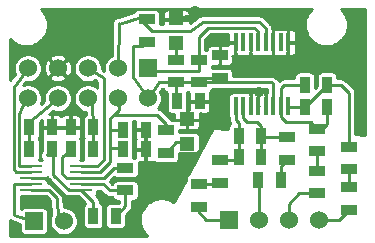
<source format=gtl>
G04 (created by PCBNEW (2013-jul-07)-stable) date Пт 28 фев 2014 10:34:58*
%MOIN*%
G04 Gerber Fmt 3.4, Leading zero omitted, Abs format*
%FSLAX34Y34*%
G01*
G70*
G90*
G04 APERTURE LIST*
%ADD10C,0.00590551*%
%ADD11R,0.035X0.055*%
%ADD12R,0.055X0.035*%
%ADD13R,0.06X0.06*%
%ADD14C,0.06*%
%ADD15R,0.0177X0.059*%
%ADD16R,0.075X0.0098*%
%ADD17R,0.0472X0.0472*%
%ADD18C,0.035*%
%ADD19C,0.01*%
%ADD20C,0.00984252*%
G04 APERTURE END LIST*
G54D10*
G54D11*
X96312Y-22687D03*
X97062Y-22687D03*
X94112Y-25087D03*
X94862Y-25087D03*
G54D12*
X93487Y-22462D03*
X93487Y-21712D03*
G54D11*
X91012Y-24187D03*
X90262Y-24187D03*
X91012Y-24837D03*
X90262Y-24837D03*
X89262Y-24112D03*
X88512Y-24112D03*
X87887Y-24112D03*
X87137Y-24112D03*
G54D13*
X91087Y-22137D03*
G54D14*
X91087Y-23137D03*
X90087Y-22137D03*
X90087Y-23137D03*
X89087Y-22137D03*
X89087Y-23137D03*
X88087Y-22137D03*
X88087Y-23137D03*
X87087Y-22137D03*
X87087Y-23137D03*
G54D12*
X97787Y-26862D03*
X97787Y-26112D03*
X96737Y-26312D03*
X96737Y-25562D03*
G54D11*
X94762Y-25862D03*
X95512Y-25862D03*
G54D12*
X92037Y-22612D03*
X92037Y-21862D03*
X92787Y-26762D03*
X92787Y-26012D03*
X97787Y-25512D03*
X97787Y-24762D03*
X96737Y-24912D03*
X96737Y-24162D03*
X95737Y-25187D03*
X95737Y-24437D03*
X93487Y-25962D03*
X93487Y-25212D03*
G54D11*
X97062Y-23437D03*
X96312Y-23437D03*
X94112Y-24387D03*
X94862Y-24387D03*
G54D12*
X91050Y-21250D03*
X91050Y-20500D03*
X92787Y-21862D03*
X92787Y-22612D03*
X90337Y-26212D03*
X90337Y-25462D03*
G54D11*
X89262Y-27062D03*
X90012Y-27062D03*
X89262Y-24837D03*
X88512Y-24837D03*
X87137Y-24837D03*
X87887Y-24837D03*
G54D15*
X95762Y-21278D03*
X95512Y-21278D03*
X95262Y-21278D03*
X95012Y-21278D03*
X94762Y-21278D03*
X94512Y-21278D03*
X94262Y-21278D03*
X94012Y-21278D03*
X94012Y-23396D03*
X94262Y-23396D03*
X94512Y-23396D03*
X94762Y-23396D03*
X95012Y-23396D03*
X95262Y-23396D03*
X95512Y-23396D03*
X95762Y-23396D03*
G54D16*
X87206Y-25405D03*
X87206Y-25602D03*
X87206Y-25799D03*
X87206Y-25996D03*
X87206Y-26193D03*
X88860Y-26193D03*
X88860Y-25996D03*
X88860Y-25799D03*
X88860Y-25602D03*
X88860Y-25405D03*
G54D13*
X93787Y-27187D03*
G54D14*
X94787Y-27187D03*
X95787Y-27187D03*
X96787Y-27187D03*
G54D12*
X91687Y-24212D03*
X91687Y-24962D03*
G54D11*
X92812Y-23237D03*
X92062Y-23237D03*
G54D13*
X87287Y-27237D03*
G54D14*
X88287Y-27237D03*
G54D17*
X92037Y-21300D03*
X92037Y-20474D03*
X92387Y-24650D03*
X92387Y-23824D03*
G54D18*
X95750Y-21900D03*
X94500Y-21900D03*
X92650Y-20225D03*
X88537Y-26687D03*
X91037Y-25687D03*
X93037Y-23937D03*
X93287Y-23187D03*
X93537Y-21187D03*
X94787Y-22937D03*
G54D19*
X90575Y-21399D02*
X90900Y-21399D01*
X90900Y-21399D02*
X91050Y-21250D01*
X92037Y-22612D02*
X92037Y-23212D01*
X92037Y-23212D02*
X92062Y-23237D01*
X93487Y-22462D02*
X92937Y-22462D01*
X92937Y-22462D02*
X92787Y-22612D01*
X93487Y-22462D02*
X93412Y-22462D01*
X93262Y-22612D02*
X93487Y-22462D01*
X93412Y-22462D02*
X93262Y-22612D01*
X92787Y-22612D02*
X95212Y-22612D01*
X95212Y-22612D02*
X95262Y-22662D01*
X95262Y-22662D02*
X95262Y-23396D01*
X91087Y-23137D02*
X90587Y-22437D01*
X92037Y-22612D02*
X92787Y-22612D01*
X92037Y-22612D02*
X91462Y-22612D01*
X91462Y-22612D02*
X91087Y-23137D01*
X90587Y-22437D02*
X90575Y-21399D01*
X91687Y-24212D02*
X91687Y-23987D01*
X91387Y-23687D02*
X89962Y-23687D01*
X91687Y-23987D02*
X91387Y-23687D01*
X90087Y-23137D02*
X90112Y-23537D01*
X90112Y-23537D02*
X89962Y-23687D01*
X89962Y-23687D02*
X89837Y-23812D01*
X89837Y-24187D02*
X90262Y-24187D01*
X89837Y-24787D02*
X90212Y-24787D01*
X88860Y-25602D02*
X89497Y-25602D01*
X89837Y-24187D02*
X89837Y-23812D01*
X89837Y-25262D02*
X89837Y-24787D01*
X89837Y-24787D02*
X89837Y-24187D01*
X89497Y-25602D02*
X89837Y-25262D01*
X94762Y-21278D02*
X94762Y-20912D01*
X92787Y-21087D02*
X92787Y-21862D01*
X93087Y-20787D02*
X92787Y-21087D01*
X94637Y-20787D02*
X93087Y-20787D01*
X94762Y-20912D02*
X94637Y-20787D01*
X92787Y-21862D02*
X92787Y-22237D01*
X92787Y-22237D02*
X91437Y-22237D01*
X91137Y-22137D02*
X91437Y-22237D01*
X92787Y-26762D02*
X92787Y-26937D01*
X92787Y-26937D02*
X93037Y-27187D01*
X93037Y-27187D02*
X93787Y-27187D01*
X94787Y-27187D02*
X94787Y-25887D01*
X94787Y-25887D02*
X94762Y-25862D01*
X90850Y-20425D02*
X90937Y-20587D01*
X90125Y-20650D02*
X90850Y-20425D01*
X90937Y-20587D02*
X91237Y-20887D01*
X91237Y-20887D02*
X92487Y-20887D01*
X95012Y-20812D02*
X95012Y-21278D01*
X94787Y-20587D02*
X95012Y-20812D01*
X92907Y-20587D02*
X94787Y-20587D01*
X92487Y-20887D02*
X92907Y-20587D01*
X90087Y-22087D02*
X90112Y-20637D01*
X96787Y-27187D02*
X97462Y-27187D01*
X97462Y-27187D02*
X97787Y-26862D01*
X95787Y-27187D02*
X95787Y-26662D01*
X95787Y-26662D02*
X96137Y-26312D01*
X96137Y-26312D02*
X96737Y-26312D01*
X95787Y-27187D02*
X96012Y-27187D01*
X89612Y-25187D02*
X89612Y-22462D01*
X89394Y-25405D02*
X89612Y-25187D01*
X88860Y-25405D02*
X89394Y-25405D01*
X89612Y-22462D02*
X89087Y-22137D01*
X87206Y-25602D02*
X86702Y-25602D01*
X86612Y-22762D02*
X87087Y-22137D01*
X86612Y-25512D02*
X86612Y-22762D01*
X86702Y-25602D02*
X86612Y-25512D01*
X87087Y-23137D02*
X87028Y-23137D01*
X86794Y-25405D02*
X87206Y-25405D01*
X86787Y-25412D02*
X86794Y-25405D01*
X86787Y-23662D02*
X86787Y-25412D01*
X87028Y-23137D02*
X86787Y-23662D01*
X89262Y-24112D02*
X89237Y-23287D01*
X89237Y-23287D02*
X89087Y-23137D01*
X89262Y-24837D02*
X89262Y-24112D01*
X87137Y-24112D02*
X87137Y-23937D01*
X87137Y-23937D02*
X88087Y-23137D01*
X87137Y-24837D02*
X87137Y-24112D01*
X87206Y-26193D02*
X87793Y-26193D01*
X88049Y-26449D02*
X88099Y-27150D01*
X87793Y-26193D02*
X88049Y-26449D01*
X87206Y-25996D02*
X86646Y-25996D01*
X86637Y-27037D02*
X87262Y-27237D01*
X86637Y-26005D02*
X86637Y-27037D01*
X86646Y-25996D02*
X86637Y-26005D01*
X95262Y-21278D02*
X95262Y-21837D01*
X95325Y-21900D02*
X95750Y-21900D01*
X95262Y-21837D02*
X95325Y-21900D01*
X94000Y-21700D02*
X94000Y-21750D01*
X94500Y-21900D02*
X94512Y-21278D01*
X94150Y-21900D02*
X94500Y-21900D01*
X94000Y-21750D02*
X94150Y-21900D01*
X92037Y-20512D02*
X92725Y-20300D01*
X87206Y-25799D02*
X87649Y-25799D01*
X87649Y-25799D02*
X88537Y-26687D01*
X91012Y-24837D02*
X91012Y-25662D01*
X92387Y-23862D02*
X92962Y-23862D01*
X92812Y-23237D02*
X93237Y-23237D01*
X93237Y-23237D02*
X93287Y-23187D01*
X93487Y-21712D02*
X93487Y-21237D01*
X93487Y-21237D02*
X93537Y-21187D01*
X94762Y-23396D02*
X94762Y-22962D01*
X94762Y-22962D02*
X94787Y-22937D01*
X94012Y-21278D02*
X94000Y-21700D01*
X94000Y-21700D02*
X94000Y-21700D01*
X95762Y-21278D02*
X95737Y-21912D01*
X94512Y-23396D02*
X94512Y-22837D01*
X94512Y-22837D02*
X94787Y-22837D01*
X94762Y-23396D02*
X94762Y-22837D01*
X94787Y-22862D02*
X94787Y-22837D01*
X94762Y-22837D02*
X94787Y-22862D01*
X95012Y-23396D02*
X95012Y-22912D01*
X94937Y-22837D02*
X94787Y-22837D01*
X95012Y-22912D02*
X94937Y-22837D01*
X87649Y-25799D02*
X87787Y-25937D01*
X90337Y-26212D02*
X90337Y-26737D01*
X90337Y-26737D02*
X90012Y-27062D01*
X88860Y-25996D02*
X89596Y-25996D01*
X89812Y-26212D02*
X90337Y-26212D01*
X89596Y-25996D02*
X89812Y-26212D01*
X92387Y-24612D02*
X92037Y-24612D01*
X92037Y-24612D02*
X91687Y-24962D01*
X92037Y-21862D02*
X92037Y-21262D01*
X97787Y-26112D02*
X97787Y-25512D01*
X95512Y-25862D02*
X95512Y-25412D01*
X95512Y-25412D02*
X95737Y-25187D01*
X88860Y-25799D02*
X88374Y-25799D01*
X88237Y-25112D02*
X88512Y-24837D01*
X88237Y-25662D02*
X88237Y-25112D01*
X88374Y-25799D02*
X88237Y-25662D01*
X88860Y-25799D02*
X89625Y-25799D01*
X89962Y-25462D02*
X90337Y-25462D01*
X89625Y-25799D02*
X89962Y-25462D01*
X92787Y-26012D02*
X93437Y-26012D01*
X93437Y-26012D02*
X93487Y-25962D01*
X96737Y-25562D02*
X96737Y-24912D01*
X96737Y-24162D02*
X96887Y-24162D01*
X96887Y-24162D02*
X97062Y-23987D01*
X97062Y-23987D02*
X97062Y-23437D01*
X95512Y-23396D02*
X95512Y-23762D01*
X96512Y-23937D02*
X96737Y-24162D01*
X95687Y-23937D02*
X96512Y-23937D01*
X95512Y-23762D02*
X95687Y-23937D01*
X95512Y-23396D02*
X95512Y-22812D01*
X95637Y-22687D02*
X96312Y-22687D01*
X95512Y-22812D02*
X95637Y-22687D01*
X97062Y-22687D02*
X97512Y-22687D01*
X97512Y-22687D02*
X97787Y-22962D01*
X97787Y-22962D02*
X97787Y-24762D01*
X96312Y-23437D02*
X97062Y-22687D01*
X96312Y-23437D02*
X95803Y-23437D01*
X95803Y-23437D02*
X95762Y-23396D01*
X94112Y-25087D02*
X94112Y-24387D01*
X93487Y-25212D02*
X93987Y-25212D01*
X93987Y-25212D02*
X94112Y-25087D01*
X94012Y-23862D02*
X94012Y-23396D01*
X94112Y-23962D02*
X94012Y-23862D01*
X94112Y-24387D02*
X94112Y-23962D01*
X94737Y-23937D02*
X94862Y-24062D01*
X94387Y-23937D02*
X94737Y-23937D01*
X94262Y-23812D02*
X94387Y-23937D01*
X94912Y-24437D02*
X94862Y-24387D01*
X94862Y-24062D02*
X94862Y-24387D01*
X94862Y-25087D02*
X94862Y-24387D01*
X95737Y-24437D02*
X94912Y-24437D01*
X94262Y-23396D02*
X94262Y-23812D01*
X89262Y-27062D02*
X89262Y-26595D01*
X89262Y-26595D02*
X88860Y-26193D01*
X87937Y-25687D02*
X87937Y-24887D01*
X88860Y-26193D02*
X88443Y-26193D01*
X88443Y-26193D02*
X87937Y-25687D01*
X87937Y-24887D02*
X87887Y-24837D01*
X87712Y-25037D02*
X87887Y-24837D01*
G54D10*
G36*
X94780Y-23406D02*
X94772Y-23406D01*
X94772Y-23414D01*
X94752Y-23414D01*
X94752Y-23406D01*
X94744Y-23406D01*
X94744Y-23386D01*
X94752Y-23386D01*
X94752Y-23360D01*
X94762Y-23350D01*
X94772Y-23360D01*
X94772Y-23386D01*
X94780Y-23386D01*
X94780Y-23406D01*
X94780Y-23406D01*
G37*
G54D20*
X94780Y-23406D02*
X94772Y-23406D01*
X94772Y-23414D01*
X94752Y-23414D01*
X94752Y-23406D01*
X94744Y-23406D01*
X94744Y-23386D01*
X94752Y-23386D01*
X94752Y-23360D01*
X94762Y-23350D01*
X94772Y-23360D01*
X94772Y-23386D01*
X94780Y-23386D01*
X94780Y-23406D01*
G54D10*
G36*
X95045Y-22953D02*
X95022Y-22976D01*
X95022Y-23030D01*
X95013Y-23051D01*
X95012Y-23056D01*
X95011Y-23051D01*
X95002Y-23030D01*
X95002Y-22976D01*
X94960Y-22934D01*
X94907Y-22934D01*
X94887Y-22938D01*
X94867Y-22934D01*
X94814Y-22934D01*
X94772Y-22976D01*
X94772Y-23030D01*
X94763Y-23051D01*
X94762Y-23056D01*
X94761Y-23051D01*
X94752Y-23030D01*
X94752Y-22976D01*
X94710Y-22934D01*
X94657Y-22934D01*
X94637Y-22938D01*
X94617Y-22934D01*
X94564Y-22934D01*
X94522Y-22976D01*
X94522Y-23030D01*
X94513Y-23051D01*
X94512Y-23055D01*
X94511Y-23052D01*
X94502Y-23030D01*
X94502Y-22976D01*
X94460Y-22934D01*
X94407Y-22934D01*
X94387Y-22938D01*
X94368Y-22934D01*
X94335Y-22934D01*
X94157Y-22934D01*
X94137Y-22938D01*
X94118Y-22934D01*
X94085Y-22934D01*
X93907Y-22934D01*
X93875Y-22940D01*
X93845Y-22953D01*
X93817Y-22971D01*
X93794Y-22994D01*
X93776Y-23021D01*
X93763Y-23051D01*
X93756Y-23083D01*
X93756Y-23116D01*
X93756Y-23707D01*
X93763Y-23740D01*
X93775Y-23770D01*
X93793Y-23797D01*
X93795Y-23799D01*
X93795Y-23862D01*
X93797Y-23882D01*
X93798Y-23902D01*
X93799Y-23903D01*
X93799Y-23904D01*
X93805Y-23923D01*
X93810Y-23943D01*
X93811Y-23944D01*
X93811Y-23945D01*
X93821Y-23963D01*
X93830Y-23980D01*
X93830Y-23981D01*
X93831Y-23982D01*
X93807Y-24005D01*
X93789Y-24032D01*
X93776Y-24062D01*
X93770Y-24094D01*
X93770Y-24127D01*
X93770Y-24158D01*
X93258Y-24137D01*
X92437Y-25687D01*
X92433Y-25689D01*
X92406Y-25707D01*
X92382Y-25730D01*
X92364Y-25757D01*
X92351Y-25787D01*
X92345Y-25819D01*
X92345Y-25852D01*
X92345Y-25862D01*
X91952Y-26604D01*
X91939Y-26594D01*
X91922Y-26583D01*
X91906Y-26572D01*
X91903Y-26571D01*
X91903Y-26571D01*
X91816Y-26527D01*
X91797Y-26520D01*
X91779Y-26512D01*
X91776Y-26512D01*
X91682Y-26485D01*
X91663Y-26482D01*
X91644Y-26478D01*
X91640Y-26478D01*
X91640Y-26478D01*
X91543Y-26470D01*
X91524Y-26471D01*
X91504Y-26471D01*
X91501Y-26471D01*
X91404Y-26483D01*
X91385Y-26487D01*
X91365Y-26491D01*
X91362Y-26492D01*
X91270Y-26522D01*
X91252Y-26530D01*
X91233Y-26538D01*
X91231Y-26539D01*
X91231Y-26539D01*
X91231Y-26539D01*
X91146Y-26587D01*
X91129Y-26598D01*
X91113Y-26609D01*
X91111Y-26611D01*
X91036Y-26674D01*
X91023Y-26688D01*
X91009Y-26702D01*
X91007Y-26705D01*
X90946Y-26781D01*
X90936Y-26798D01*
X90925Y-26814D01*
X90923Y-26817D01*
X90879Y-26904D01*
X90872Y-26922D01*
X90864Y-26940D01*
X90863Y-26943D01*
X90836Y-27037D01*
X90833Y-27056D01*
X90829Y-27076D01*
X90829Y-27079D01*
X90820Y-27176D01*
X90821Y-27196D01*
X90821Y-27215D01*
X90821Y-27218D01*
X90832Y-27315D01*
X90836Y-27334D01*
X90840Y-27354D01*
X90841Y-27357D01*
X90870Y-27450D01*
X90878Y-27468D01*
X90886Y-27486D01*
X90887Y-27489D01*
X90934Y-27574D01*
X90945Y-27590D01*
X90956Y-27607D01*
X90958Y-27609D01*
X91021Y-27684D01*
X91035Y-27698D01*
X91049Y-27712D01*
X91051Y-27714D01*
X91051Y-27714D01*
X91059Y-27720D01*
X86504Y-27720D01*
X86504Y-27208D01*
X86505Y-27209D01*
X86515Y-27217D01*
X86523Y-27221D01*
X86529Y-27226D01*
X86541Y-27231D01*
X86553Y-27237D01*
X86561Y-27240D01*
X86568Y-27243D01*
X86571Y-27244D01*
X86820Y-27323D01*
X86820Y-27553D01*
X86826Y-27586D01*
X86839Y-27616D01*
X86857Y-27643D01*
X86880Y-27667D01*
X86907Y-27685D01*
X86937Y-27698D01*
X86969Y-27704D01*
X87002Y-27704D01*
X87603Y-27704D01*
X87636Y-27698D01*
X87666Y-27685D01*
X87693Y-27667D01*
X87717Y-27644D01*
X87735Y-27617D01*
X87748Y-27587D01*
X87754Y-27555D01*
X87754Y-27522D01*
X87754Y-26921D01*
X87748Y-26888D01*
X87735Y-26858D01*
X87717Y-26831D01*
X87694Y-26807D01*
X87667Y-26789D01*
X87637Y-26776D01*
X87605Y-26770D01*
X87572Y-26770D01*
X86971Y-26770D01*
X86938Y-26776D01*
X86908Y-26789D01*
X86881Y-26807D01*
X86857Y-26830D01*
X86854Y-26834D01*
X86854Y-26410D01*
X87195Y-26410D01*
X87203Y-26411D01*
X87206Y-26411D01*
X87703Y-26411D01*
X87838Y-26545D01*
X87872Y-27019D01*
X87839Y-27095D01*
X87820Y-27185D01*
X87819Y-27276D01*
X87836Y-27366D01*
X87869Y-27452D01*
X87919Y-27529D01*
X87983Y-27595D01*
X88058Y-27647D01*
X88142Y-27684D01*
X88231Y-27703D01*
X88323Y-27705D01*
X88413Y-27689D01*
X88499Y-27656D01*
X88576Y-27607D01*
X88642Y-27544D01*
X88695Y-27469D01*
X88733Y-27385D01*
X88753Y-27296D01*
X88754Y-27191D01*
X88737Y-27101D01*
X88702Y-27017D01*
X88651Y-26940D01*
X88586Y-26875D01*
X88510Y-26824D01*
X88426Y-26788D01*
X88336Y-26770D01*
X88290Y-26770D01*
X88266Y-26433D01*
X88264Y-26421D01*
X88262Y-26409D01*
X88260Y-26400D01*
X88258Y-26391D01*
X88254Y-26380D01*
X88251Y-26368D01*
X88246Y-26360D01*
X88243Y-26352D01*
X88237Y-26341D01*
X88231Y-26330D01*
X88226Y-26323D01*
X88221Y-26316D01*
X88212Y-26307D01*
X88205Y-26297D01*
X88202Y-26295D01*
X87947Y-26040D01*
X87931Y-26027D01*
X87916Y-26014D01*
X87915Y-26013D01*
X87914Y-26013D01*
X87896Y-26003D01*
X87879Y-25993D01*
X87878Y-25993D01*
X87877Y-25993D01*
X87858Y-25987D01*
X87838Y-25981D01*
X87837Y-25981D01*
X87836Y-25980D01*
X87816Y-25978D01*
X87796Y-25976D01*
X87794Y-25976D01*
X87794Y-25976D01*
X87794Y-25976D01*
X87793Y-25976D01*
X87748Y-25976D01*
X87748Y-25931D01*
X87742Y-25899D01*
X87742Y-25898D01*
X87742Y-25897D01*
X87748Y-25865D01*
X87748Y-25851D01*
X87707Y-25809D01*
X87675Y-25809D01*
X87661Y-25799D01*
X87661Y-25799D01*
X87675Y-25789D01*
X87707Y-25789D01*
X87734Y-25762D01*
X87735Y-25768D01*
X87736Y-25769D01*
X87736Y-25770D01*
X87746Y-25788D01*
X87755Y-25805D01*
X87755Y-25806D01*
X87756Y-25807D01*
X87769Y-25823D01*
X87781Y-25839D01*
X87783Y-25840D01*
X87783Y-25840D01*
X87783Y-25840D01*
X87783Y-25841D01*
X88290Y-26347D01*
X88305Y-26360D01*
X88320Y-26373D01*
X88321Y-26373D01*
X88322Y-26374D01*
X88340Y-26383D01*
X88358Y-26393D01*
X88359Y-26393D01*
X88360Y-26394D01*
X88379Y-26400D01*
X88398Y-26406D01*
X88399Y-26406D01*
X88400Y-26406D01*
X88420Y-26408D01*
X88440Y-26411D01*
X88442Y-26411D01*
X88442Y-26411D01*
X88442Y-26411D01*
X88443Y-26411D01*
X88770Y-26411D01*
X89002Y-26643D01*
X88981Y-26657D01*
X88957Y-26680D01*
X88939Y-26707D01*
X88926Y-26737D01*
X88920Y-26769D01*
X88920Y-26802D01*
X88920Y-27353D01*
X88926Y-27386D01*
X88939Y-27416D01*
X88957Y-27443D01*
X88980Y-27467D01*
X89007Y-27485D01*
X89037Y-27498D01*
X89069Y-27504D01*
X89102Y-27504D01*
X89453Y-27504D01*
X89486Y-27498D01*
X89516Y-27485D01*
X89543Y-27467D01*
X89567Y-27444D01*
X89585Y-27417D01*
X89598Y-27387D01*
X89604Y-27355D01*
X89604Y-27322D01*
X89604Y-26771D01*
X89598Y-26738D01*
X89585Y-26708D01*
X89567Y-26681D01*
X89544Y-26657D01*
X89517Y-26639D01*
X89487Y-26626D01*
X89479Y-26625D01*
X89479Y-26595D01*
X89477Y-26575D01*
X89476Y-26555D01*
X89475Y-26554D01*
X89475Y-26553D01*
X89469Y-26534D01*
X89464Y-26514D01*
X89463Y-26513D01*
X89463Y-26512D01*
X89453Y-26495D01*
X89444Y-26477D01*
X89444Y-26476D01*
X89443Y-26475D01*
X89430Y-26459D01*
X89418Y-26444D01*
X89416Y-26442D01*
X89416Y-26442D01*
X89416Y-26442D01*
X89416Y-26441D01*
X89344Y-26370D01*
X89365Y-26349D01*
X89383Y-26322D01*
X89396Y-26292D01*
X89402Y-26260D01*
X89403Y-26227D01*
X89402Y-26214D01*
X89506Y-26214D01*
X89658Y-26366D01*
X89674Y-26378D01*
X89689Y-26391D01*
X89690Y-26392D01*
X89691Y-26393D01*
X89709Y-26402D01*
X89726Y-26412D01*
X89727Y-26412D01*
X89728Y-26413D01*
X89748Y-26418D01*
X89767Y-26425D01*
X89768Y-26425D01*
X89769Y-26425D01*
X89789Y-26427D01*
X89809Y-26429D01*
X89811Y-26429D01*
X89811Y-26429D01*
X89811Y-26429D01*
X89812Y-26429D01*
X89900Y-26429D01*
X89901Y-26436D01*
X89914Y-26466D01*
X89932Y-26493D01*
X89955Y-26517D01*
X89982Y-26535D01*
X90012Y-26548D01*
X90044Y-26554D01*
X90077Y-26554D01*
X90120Y-26554D01*
X90120Y-26620D01*
X89821Y-26620D01*
X89788Y-26626D01*
X89758Y-26639D01*
X89731Y-26657D01*
X89707Y-26680D01*
X89689Y-26707D01*
X89676Y-26737D01*
X89670Y-26769D01*
X89670Y-26802D01*
X89670Y-27353D01*
X89676Y-27386D01*
X89689Y-27416D01*
X89707Y-27443D01*
X89730Y-27467D01*
X89757Y-27485D01*
X89787Y-27498D01*
X89819Y-27504D01*
X89852Y-27504D01*
X90203Y-27504D01*
X90236Y-27498D01*
X90266Y-27485D01*
X90293Y-27467D01*
X90317Y-27444D01*
X90335Y-27417D01*
X90348Y-27387D01*
X90354Y-27355D01*
X90354Y-27322D01*
X90354Y-27027D01*
X90491Y-26891D01*
X90503Y-26875D01*
X90516Y-26860D01*
X90517Y-26859D01*
X90518Y-26858D01*
X90527Y-26840D01*
X90537Y-26823D01*
X90537Y-26822D01*
X90538Y-26821D01*
X90544Y-26801D01*
X90550Y-26782D01*
X90550Y-26781D01*
X90550Y-26780D01*
X90552Y-26760D01*
X90554Y-26740D01*
X90554Y-26738D01*
X90554Y-26738D01*
X90554Y-26738D01*
X90554Y-26737D01*
X90554Y-26554D01*
X90628Y-26554D01*
X90661Y-26548D01*
X90691Y-26535D01*
X90718Y-26517D01*
X90742Y-26494D01*
X90760Y-26467D01*
X90773Y-26437D01*
X90779Y-26405D01*
X90779Y-26372D01*
X90779Y-26021D01*
X90773Y-25988D01*
X90760Y-25958D01*
X90742Y-25931D01*
X90719Y-25907D01*
X90692Y-25889D01*
X90662Y-25876D01*
X90630Y-25870D01*
X90597Y-25870D01*
X90046Y-25870D01*
X90013Y-25876D01*
X89983Y-25889D01*
X89956Y-25907D01*
X89932Y-25930D01*
X89914Y-25957D01*
X89901Y-25987D01*
X89900Y-25993D01*
X89819Y-25912D01*
X89961Y-25771D01*
X89982Y-25785D01*
X90012Y-25798D01*
X90044Y-25804D01*
X90077Y-25804D01*
X90628Y-25804D01*
X90661Y-25798D01*
X90691Y-25785D01*
X90718Y-25767D01*
X90742Y-25744D01*
X90760Y-25717D01*
X90773Y-25687D01*
X90779Y-25655D01*
X90779Y-25622D01*
X90779Y-25271D01*
X90779Y-25269D01*
X90788Y-25273D01*
X90821Y-25279D01*
X90960Y-25279D01*
X91002Y-25237D01*
X91002Y-24847D01*
X91002Y-24827D01*
X91002Y-24587D01*
X91002Y-24437D01*
X91002Y-24197D01*
X90712Y-24197D01*
X90670Y-24239D01*
X90670Y-24447D01*
X90670Y-24480D01*
X90676Y-24512D01*
X90677Y-24512D01*
X90676Y-24512D01*
X90670Y-24544D01*
X90670Y-24577D01*
X90670Y-24785D01*
X90712Y-24827D01*
X91002Y-24827D01*
X91002Y-24847D01*
X90712Y-24847D01*
X90670Y-24889D01*
X90670Y-25097D01*
X90670Y-25130D01*
X90670Y-25130D01*
X90662Y-25126D01*
X90630Y-25120D01*
X90604Y-25120D01*
X90604Y-25097D01*
X90604Y-24546D01*
X90598Y-24513D01*
X90597Y-24512D01*
X90598Y-24512D01*
X90604Y-24480D01*
X90604Y-24447D01*
X90604Y-23904D01*
X90670Y-23904D01*
X90670Y-23927D01*
X90670Y-24135D01*
X90712Y-24177D01*
X91002Y-24177D01*
X91002Y-24169D01*
X91022Y-24169D01*
X91022Y-24177D01*
X91030Y-24177D01*
X91030Y-24197D01*
X91022Y-24197D01*
X91022Y-24437D01*
X91022Y-24587D01*
X91022Y-24827D01*
X91030Y-24827D01*
X91030Y-24847D01*
X91022Y-24847D01*
X91022Y-25237D01*
X91064Y-25279D01*
X91203Y-25279D01*
X91236Y-25273D01*
X91266Y-25260D01*
X91286Y-25247D01*
X91305Y-25267D01*
X91332Y-25285D01*
X91362Y-25298D01*
X91394Y-25304D01*
X91427Y-25304D01*
X91978Y-25304D01*
X92011Y-25298D01*
X92041Y-25285D01*
X92068Y-25267D01*
X92092Y-25244D01*
X92110Y-25217D01*
X92123Y-25187D01*
X92129Y-25155D01*
X92129Y-25122D01*
X92129Y-24954D01*
X92678Y-24954D01*
X92711Y-24948D01*
X92741Y-24935D01*
X92768Y-24917D01*
X92792Y-24894D01*
X92810Y-24867D01*
X92823Y-24837D01*
X92829Y-24805D01*
X92829Y-24772D01*
X92829Y-24421D01*
X92829Y-24053D01*
X92829Y-23914D01*
X92787Y-23872D01*
X92397Y-23872D01*
X92397Y-24162D01*
X92439Y-24204D01*
X92647Y-24204D01*
X92680Y-24204D01*
X92712Y-24198D01*
X92742Y-24185D01*
X92769Y-24167D01*
X92792Y-24143D01*
X92810Y-24116D01*
X92823Y-24086D01*
X92829Y-24053D01*
X92829Y-24421D01*
X92823Y-24388D01*
X92810Y-24358D01*
X92792Y-24331D01*
X92769Y-24307D01*
X92742Y-24289D01*
X92712Y-24276D01*
X92680Y-24270D01*
X92647Y-24270D01*
X92129Y-24270D01*
X92129Y-24204D01*
X92335Y-24204D01*
X92377Y-24162D01*
X92377Y-23872D01*
X91990Y-23872D01*
X91980Y-23870D01*
X91947Y-23870D01*
X91870Y-23870D01*
X91869Y-23869D01*
X91869Y-23868D01*
X91868Y-23867D01*
X91855Y-23851D01*
X91843Y-23835D01*
X91841Y-23834D01*
X91841Y-23834D01*
X91841Y-23834D01*
X91841Y-23833D01*
X91541Y-23533D01*
X91525Y-23521D01*
X91510Y-23508D01*
X91509Y-23507D01*
X91508Y-23506D01*
X91490Y-23497D01*
X91473Y-23487D01*
X91472Y-23487D01*
X91471Y-23486D01*
X91451Y-23480D01*
X91432Y-23474D01*
X91431Y-23474D01*
X91430Y-23474D01*
X91413Y-23472D01*
X91442Y-23444D01*
X91495Y-23369D01*
X91533Y-23285D01*
X91553Y-23196D01*
X91554Y-23091D01*
X91537Y-23001D01*
X91505Y-22925D01*
X91573Y-22829D01*
X91600Y-22829D01*
X91601Y-22836D01*
X91614Y-22866D01*
X91632Y-22893D01*
X91655Y-22917D01*
X91682Y-22935D01*
X91712Y-22948D01*
X91720Y-22949D01*
X91720Y-22977D01*
X91720Y-23528D01*
X91726Y-23561D01*
X91739Y-23591D01*
X91757Y-23618D01*
X91780Y-23642D01*
X91807Y-23660D01*
X91837Y-23673D01*
X91869Y-23679D01*
X91902Y-23679D01*
X91945Y-23679D01*
X91945Y-23810D01*
X91987Y-23852D01*
X92377Y-23852D01*
X92377Y-23844D01*
X92397Y-23844D01*
X92397Y-23852D01*
X92787Y-23852D01*
X92829Y-23810D01*
X92829Y-23671D01*
X92823Y-23639D01*
X92864Y-23679D01*
X93003Y-23679D01*
X93036Y-23673D01*
X93066Y-23660D01*
X93093Y-23642D01*
X93117Y-23619D01*
X93135Y-23592D01*
X93148Y-23562D01*
X93154Y-23530D01*
X93154Y-23497D01*
X93154Y-23289D01*
X93112Y-23247D01*
X92822Y-23247D01*
X92822Y-23255D01*
X92802Y-23255D01*
X92802Y-23247D01*
X92512Y-23247D01*
X92470Y-23289D01*
X92470Y-23497D01*
X92470Y-23520D01*
X92439Y-23520D01*
X92398Y-23560D01*
X92404Y-23530D01*
X92404Y-23497D01*
X92404Y-22946D01*
X92401Y-22929D01*
X92412Y-22921D01*
X92432Y-22935D01*
X92462Y-22948D01*
X92470Y-22949D01*
X92470Y-22977D01*
X92470Y-23185D01*
X92512Y-23227D01*
X92802Y-23227D01*
X92802Y-23219D01*
X92822Y-23219D01*
X92822Y-23227D01*
X93112Y-23227D01*
X93154Y-23185D01*
X93154Y-22977D01*
X93154Y-22944D01*
X93151Y-22929D01*
X93168Y-22917D01*
X93192Y-22894D01*
X93210Y-22867D01*
X93223Y-22837D01*
X93224Y-22829D01*
X95045Y-22829D01*
X95045Y-22953D01*
X95045Y-22953D01*
G37*
G54D20*
X95045Y-22953D02*
X95022Y-22976D01*
X95022Y-23030D01*
X95013Y-23051D01*
X95012Y-23056D01*
X95011Y-23051D01*
X95002Y-23030D01*
X95002Y-22976D01*
X94960Y-22934D01*
X94907Y-22934D01*
X94887Y-22938D01*
X94867Y-22934D01*
X94814Y-22934D01*
X94772Y-22976D01*
X94772Y-23030D01*
X94763Y-23051D01*
X94762Y-23056D01*
X94761Y-23051D01*
X94752Y-23030D01*
X94752Y-22976D01*
X94710Y-22934D01*
X94657Y-22934D01*
X94637Y-22938D01*
X94617Y-22934D01*
X94564Y-22934D01*
X94522Y-22976D01*
X94522Y-23030D01*
X94513Y-23051D01*
X94512Y-23055D01*
X94511Y-23052D01*
X94502Y-23030D01*
X94502Y-22976D01*
X94460Y-22934D01*
X94407Y-22934D01*
X94387Y-22938D01*
X94368Y-22934D01*
X94335Y-22934D01*
X94157Y-22934D01*
X94137Y-22938D01*
X94118Y-22934D01*
X94085Y-22934D01*
X93907Y-22934D01*
X93875Y-22940D01*
X93845Y-22953D01*
X93817Y-22971D01*
X93794Y-22994D01*
X93776Y-23021D01*
X93763Y-23051D01*
X93756Y-23083D01*
X93756Y-23116D01*
X93756Y-23707D01*
X93763Y-23740D01*
X93775Y-23770D01*
X93793Y-23797D01*
X93795Y-23799D01*
X93795Y-23862D01*
X93797Y-23882D01*
X93798Y-23902D01*
X93799Y-23903D01*
X93799Y-23904D01*
X93805Y-23923D01*
X93810Y-23943D01*
X93811Y-23944D01*
X93811Y-23945D01*
X93821Y-23963D01*
X93830Y-23980D01*
X93830Y-23981D01*
X93831Y-23982D01*
X93807Y-24005D01*
X93789Y-24032D01*
X93776Y-24062D01*
X93770Y-24094D01*
X93770Y-24127D01*
X93770Y-24158D01*
X93258Y-24137D01*
X92437Y-25687D01*
X92433Y-25689D01*
X92406Y-25707D01*
X92382Y-25730D01*
X92364Y-25757D01*
X92351Y-25787D01*
X92345Y-25819D01*
X92345Y-25852D01*
X92345Y-25862D01*
X91952Y-26604D01*
X91939Y-26594D01*
X91922Y-26583D01*
X91906Y-26572D01*
X91903Y-26571D01*
X91903Y-26571D01*
X91816Y-26527D01*
X91797Y-26520D01*
X91779Y-26512D01*
X91776Y-26512D01*
X91682Y-26485D01*
X91663Y-26482D01*
X91644Y-26478D01*
X91640Y-26478D01*
X91640Y-26478D01*
X91543Y-26470D01*
X91524Y-26471D01*
X91504Y-26471D01*
X91501Y-26471D01*
X91404Y-26483D01*
X91385Y-26487D01*
X91365Y-26491D01*
X91362Y-26492D01*
X91270Y-26522D01*
X91252Y-26530D01*
X91233Y-26538D01*
X91231Y-26539D01*
X91231Y-26539D01*
X91231Y-26539D01*
X91146Y-26587D01*
X91129Y-26598D01*
X91113Y-26609D01*
X91111Y-26611D01*
X91036Y-26674D01*
X91023Y-26688D01*
X91009Y-26702D01*
X91007Y-26705D01*
X90946Y-26781D01*
X90936Y-26798D01*
X90925Y-26814D01*
X90923Y-26817D01*
X90879Y-26904D01*
X90872Y-26922D01*
X90864Y-26940D01*
X90863Y-26943D01*
X90836Y-27037D01*
X90833Y-27056D01*
X90829Y-27076D01*
X90829Y-27079D01*
X90820Y-27176D01*
X90821Y-27196D01*
X90821Y-27215D01*
X90821Y-27218D01*
X90832Y-27315D01*
X90836Y-27334D01*
X90840Y-27354D01*
X90841Y-27357D01*
X90870Y-27450D01*
X90878Y-27468D01*
X90886Y-27486D01*
X90887Y-27489D01*
X90934Y-27574D01*
X90945Y-27590D01*
X90956Y-27607D01*
X90958Y-27609D01*
X91021Y-27684D01*
X91035Y-27698D01*
X91049Y-27712D01*
X91051Y-27714D01*
X91051Y-27714D01*
X91059Y-27720D01*
X86504Y-27720D01*
X86504Y-27208D01*
X86505Y-27209D01*
X86515Y-27217D01*
X86523Y-27221D01*
X86529Y-27226D01*
X86541Y-27231D01*
X86553Y-27237D01*
X86561Y-27240D01*
X86568Y-27243D01*
X86571Y-27244D01*
X86820Y-27323D01*
X86820Y-27553D01*
X86826Y-27586D01*
X86839Y-27616D01*
X86857Y-27643D01*
X86880Y-27667D01*
X86907Y-27685D01*
X86937Y-27698D01*
X86969Y-27704D01*
X87002Y-27704D01*
X87603Y-27704D01*
X87636Y-27698D01*
X87666Y-27685D01*
X87693Y-27667D01*
X87717Y-27644D01*
X87735Y-27617D01*
X87748Y-27587D01*
X87754Y-27555D01*
X87754Y-27522D01*
X87754Y-26921D01*
X87748Y-26888D01*
X87735Y-26858D01*
X87717Y-26831D01*
X87694Y-26807D01*
X87667Y-26789D01*
X87637Y-26776D01*
X87605Y-26770D01*
X87572Y-26770D01*
X86971Y-26770D01*
X86938Y-26776D01*
X86908Y-26789D01*
X86881Y-26807D01*
X86857Y-26830D01*
X86854Y-26834D01*
X86854Y-26410D01*
X87195Y-26410D01*
X87203Y-26411D01*
X87206Y-26411D01*
X87703Y-26411D01*
X87838Y-26545D01*
X87872Y-27019D01*
X87839Y-27095D01*
X87820Y-27185D01*
X87819Y-27276D01*
X87836Y-27366D01*
X87869Y-27452D01*
X87919Y-27529D01*
X87983Y-27595D01*
X88058Y-27647D01*
X88142Y-27684D01*
X88231Y-27703D01*
X88323Y-27705D01*
X88413Y-27689D01*
X88499Y-27656D01*
X88576Y-27607D01*
X88642Y-27544D01*
X88695Y-27469D01*
X88733Y-27385D01*
X88753Y-27296D01*
X88754Y-27191D01*
X88737Y-27101D01*
X88702Y-27017D01*
X88651Y-26940D01*
X88586Y-26875D01*
X88510Y-26824D01*
X88426Y-26788D01*
X88336Y-26770D01*
X88290Y-26770D01*
X88266Y-26433D01*
X88264Y-26421D01*
X88262Y-26409D01*
X88260Y-26400D01*
X88258Y-26391D01*
X88254Y-26380D01*
X88251Y-26368D01*
X88246Y-26360D01*
X88243Y-26352D01*
X88237Y-26341D01*
X88231Y-26330D01*
X88226Y-26323D01*
X88221Y-26316D01*
X88212Y-26307D01*
X88205Y-26297D01*
X88202Y-26295D01*
X87947Y-26040D01*
X87931Y-26027D01*
X87916Y-26014D01*
X87915Y-26013D01*
X87914Y-26013D01*
X87896Y-26003D01*
X87879Y-25993D01*
X87878Y-25993D01*
X87877Y-25993D01*
X87858Y-25987D01*
X87838Y-25981D01*
X87837Y-25981D01*
X87836Y-25980D01*
X87816Y-25978D01*
X87796Y-25976D01*
X87794Y-25976D01*
X87794Y-25976D01*
X87794Y-25976D01*
X87793Y-25976D01*
X87748Y-25976D01*
X87748Y-25931D01*
X87742Y-25899D01*
X87742Y-25898D01*
X87742Y-25897D01*
X87748Y-25865D01*
X87748Y-25851D01*
X87707Y-25809D01*
X87675Y-25809D01*
X87661Y-25799D01*
X87661Y-25799D01*
X87675Y-25789D01*
X87707Y-25789D01*
X87734Y-25762D01*
X87735Y-25768D01*
X87736Y-25769D01*
X87736Y-25770D01*
X87746Y-25788D01*
X87755Y-25805D01*
X87755Y-25806D01*
X87756Y-25807D01*
X87769Y-25823D01*
X87781Y-25839D01*
X87783Y-25840D01*
X87783Y-25840D01*
X87783Y-25840D01*
X87783Y-25841D01*
X88290Y-26347D01*
X88305Y-26360D01*
X88320Y-26373D01*
X88321Y-26373D01*
X88322Y-26374D01*
X88340Y-26383D01*
X88358Y-26393D01*
X88359Y-26393D01*
X88360Y-26394D01*
X88379Y-26400D01*
X88398Y-26406D01*
X88399Y-26406D01*
X88400Y-26406D01*
X88420Y-26408D01*
X88440Y-26411D01*
X88442Y-26411D01*
X88442Y-26411D01*
X88442Y-26411D01*
X88443Y-26411D01*
X88770Y-26411D01*
X89002Y-26643D01*
X88981Y-26657D01*
X88957Y-26680D01*
X88939Y-26707D01*
X88926Y-26737D01*
X88920Y-26769D01*
X88920Y-26802D01*
X88920Y-27353D01*
X88926Y-27386D01*
X88939Y-27416D01*
X88957Y-27443D01*
X88980Y-27467D01*
X89007Y-27485D01*
X89037Y-27498D01*
X89069Y-27504D01*
X89102Y-27504D01*
X89453Y-27504D01*
X89486Y-27498D01*
X89516Y-27485D01*
X89543Y-27467D01*
X89567Y-27444D01*
X89585Y-27417D01*
X89598Y-27387D01*
X89604Y-27355D01*
X89604Y-27322D01*
X89604Y-26771D01*
X89598Y-26738D01*
X89585Y-26708D01*
X89567Y-26681D01*
X89544Y-26657D01*
X89517Y-26639D01*
X89487Y-26626D01*
X89479Y-26625D01*
X89479Y-26595D01*
X89477Y-26575D01*
X89476Y-26555D01*
X89475Y-26554D01*
X89475Y-26553D01*
X89469Y-26534D01*
X89464Y-26514D01*
X89463Y-26513D01*
X89463Y-26512D01*
X89453Y-26495D01*
X89444Y-26477D01*
X89444Y-26476D01*
X89443Y-26475D01*
X89430Y-26459D01*
X89418Y-26444D01*
X89416Y-26442D01*
X89416Y-26442D01*
X89416Y-26442D01*
X89416Y-26441D01*
X89344Y-26370D01*
X89365Y-26349D01*
X89383Y-26322D01*
X89396Y-26292D01*
X89402Y-26260D01*
X89403Y-26227D01*
X89402Y-26214D01*
X89506Y-26214D01*
X89658Y-26366D01*
X89674Y-26378D01*
X89689Y-26391D01*
X89690Y-26392D01*
X89691Y-26393D01*
X89709Y-26402D01*
X89726Y-26412D01*
X89727Y-26412D01*
X89728Y-26413D01*
X89748Y-26418D01*
X89767Y-26425D01*
X89768Y-26425D01*
X89769Y-26425D01*
X89789Y-26427D01*
X89809Y-26429D01*
X89811Y-26429D01*
X89811Y-26429D01*
X89811Y-26429D01*
X89812Y-26429D01*
X89900Y-26429D01*
X89901Y-26436D01*
X89914Y-26466D01*
X89932Y-26493D01*
X89955Y-26517D01*
X89982Y-26535D01*
X90012Y-26548D01*
X90044Y-26554D01*
X90077Y-26554D01*
X90120Y-26554D01*
X90120Y-26620D01*
X89821Y-26620D01*
X89788Y-26626D01*
X89758Y-26639D01*
X89731Y-26657D01*
X89707Y-26680D01*
X89689Y-26707D01*
X89676Y-26737D01*
X89670Y-26769D01*
X89670Y-26802D01*
X89670Y-27353D01*
X89676Y-27386D01*
X89689Y-27416D01*
X89707Y-27443D01*
X89730Y-27467D01*
X89757Y-27485D01*
X89787Y-27498D01*
X89819Y-27504D01*
X89852Y-27504D01*
X90203Y-27504D01*
X90236Y-27498D01*
X90266Y-27485D01*
X90293Y-27467D01*
X90317Y-27444D01*
X90335Y-27417D01*
X90348Y-27387D01*
X90354Y-27355D01*
X90354Y-27322D01*
X90354Y-27027D01*
X90491Y-26891D01*
X90503Y-26875D01*
X90516Y-26860D01*
X90517Y-26859D01*
X90518Y-26858D01*
X90527Y-26840D01*
X90537Y-26823D01*
X90537Y-26822D01*
X90538Y-26821D01*
X90544Y-26801D01*
X90550Y-26782D01*
X90550Y-26781D01*
X90550Y-26780D01*
X90552Y-26760D01*
X90554Y-26740D01*
X90554Y-26738D01*
X90554Y-26738D01*
X90554Y-26738D01*
X90554Y-26737D01*
X90554Y-26554D01*
X90628Y-26554D01*
X90661Y-26548D01*
X90691Y-26535D01*
X90718Y-26517D01*
X90742Y-26494D01*
X90760Y-26467D01*
X90773Y-26437D01*
X90779Y-26405D01*
X90779Y-26372D01*
X90779Y-26021D01*
X90773Y-25988D01*
X90760Y-25958D01*
X90742Y-25931D01*
X90719Y-25907D01*
X90692Y-25889D01*
X90662Y-25876D01*
X90630Y-25870D01*
X90597Y-25870D01*
X90046Y-25870D01*
X90013Y-25876D01*
X89983Y-25889D01*
X89956Y-25907D01*
X89932Y-25930D01*
X89914Y-25957D01*
X89901Y-25987D01*
X89900Y-25993D01*
X89819Y-25912D01*
X89961Y-25771D01*
X89982Y-25785D01*
X90012Y-25798D01*
X90044Y-25804D01*
X90077Y-25804D01*
X90628Y-25804D01*
X90661Y-25798D01*
X90691Y-25785D01*
X90718Y-25767D01*
X90742Y-25744D01*
X90760Y-25717D01*
X90773Y-25687D01*
X90779Y-25655D01*
X90779Y-25622D01*
X90779Y-25271D01*
X90779Y-25269D01*
X90788Y-25273D01*
X90821Y-25279D01*
X90960Y-25279D01*
X91002Y-25237D01*
X91002Y-24847D01*
X91002Y-24827D01*
X91002Y-24587D01*
X91002Y-24437D01*
X91002Y-24197D01*
X90712Y-24197D01*
X90670Y-24239D01*
X90670Y-24447D01*
X90670Y-24480D01*
X90676Y-24512D01*
X90677Y-24512D01*
X90676Y-24512D01*
X90670Y-24544D01*
X90670Y-24577D01*
X90670Y-24785D01*
X90712Y-24827D01*
X91002Y-24827D01*
X91002Y-24847D01*
X90712Y-24847D01*
X90670Y-24889D01*
X90670Y-25097D01*
X90670Y-25130D01*
X90670Y-25130D01*
X90662Y-25126D01*
X90630Y-25120D01*
X90604Y-25120D01*
X90604Y-25097D01*
X90604Y-24546D01*
X90598Y-24513D01*
X90597Y-24512D01*
X90598Y-24512D01*
X90604Y-24480D01*
X90604Y-24447D01*
X90604Y-23904D01*
X90670Y-23904D01*
X90670Y-23927D01*
X90670Y-24135D01*
X90712Y-24177D01*
X91002Y-24177D01*
X91002Y-24169D01*
X91022Y-24169D01*
X91022Y-24177D01*
X91030Y-24177D01*
X91030Y-24197D01*
X91022Y-24197D01*
X91022Y-24437D01*
X91022Y-24587D01*
X91022Y-24827D01*
X91030Y-24827D01*
X91030Y-24847D01*
X91022Y-24847D01*
X91022Y-25237D01*
X91064Y-25279D01*
X91203Y-25279D01*
X91236Y-25273D01*
X91266Y-25260D01*
X91286Y-25247D01*
X91305Y-25267D01*
X91332Y-25285D01*
X91362Y-25298D01*
X91394Y-25304D01*
X91427Y-25304D01*
X91978Y-25304D01*
X92011Y-25298D01*
X92041Y-25285D01*
X92068Y-25267D01*
X92092Y-25244D01*
X92110Y-25217D01*
X92123Y-25187D01*
X92129Y-25155D01*
X92129Y-25122D01*
X92129Y-24954D01*
X92678Y-24954D01*
X92711Y-24948D01*
X92741Y-24935D01*
X92768Y-24917D01*
X92792Y-24894D01*
X92810Y-24867D01*
X92823Y-24837D01*
X92829Y-24805D01*
X92829Y-24772D01*
X92829Y-24421D01*
X92829Y-24053D01*
X92829Y-23914D01*
X92787Y-23872D01*
X92397Y-23872D01*
X92397Y-24162D01*
X92439Y-24204D01*
X92647Y-24204D01*
X92680Y-24204D01*
X92712Y-24198D01*
X92742Y-24185D01*
X92769Y-24167D01*
X92792Y-24143D01*
X92810Y-24116D01*
X92823Y-24086D01*
X92829Y-24053D01*
X92829Y-24421D01*
X92823Y-24388D01*
X92810Y-24358D01*
X92792Y-24331D01*
X92769Y-24307D01*
X92742Y-24289D01*
X92712Y-24276D01*
X92680Y-24270D01*
X92647Y-24270D01*
X92129Y-24270D01*
X92129Y-24204D01*
X92335Y-24204D01*
X92377Y-24162D01*
X92377Y-23872D01*
X91990Y-23872D01*
X91980Y-23870D01*
X91947Y-23870D01*
X91870Y-23870D01*
X91869Y-23869D01*
X91869Y-23868D01*
X91868Y-23867D01*
X91855Y-23851D01*
X91843Y-23835D01*
X91841Y-23834D01*
X91841Y-23834D01*
X91841Y-23834D01*
X91841Y-23833D01*
X91541Y-23533D01*
X91525Y-23521D01*
X91510Y-23508D01*
X91509Y-23507D01*
X91508Y-23506D01*
X91490Y-23497D01*
X91473Y-23487D01*
X91472Y-23487D01*
X91471Y-23486D01*
X91451Y-23480D01*
X91432Y-23474D01*
X91431Y-23474D01*
X91430Y-23474D01*
X91413Y-23472D01*
X91442Y-23444D01*
X91495Y-23369D01*
X91533Y-23285D01*
X91553Y-23196D01*
X91554Y-23091D01*
X91537Y-23001D01*
X91505Y-22925D01*
X91573Y-22829D01*
X91600Y-22829D01*
X91601Y-22836D01*
X91614Y-22866D01*
X91632Y-22893D01*
X91655Y-22917D01*
X91682Y-22935D01*
X91712Y-22948D01*
X91720Y-22949D01*
X91720Y-22977D01*
X91720Y-23528D01*
X91726Y-23561D01*
X91739Y-23591D01*
X91757Y-23618D01*
X91780Y-23642D01*
X91807Y-23660D01*
X91837Y-23673D01*
X91869Y-23679D01*
X91902Y-23679D01*
X91945Y-23679D01*
X91945Y-23810D01*
X91987Y-23852D01*
X92377Y-23852D01*
X92377Y-23844D01*
X92397Y-23844D01*
X92397Y-23852D01*
X92787Y-23852D01*
X92829Y-23810D01*
X92829Y-23671D01*
X92823Y-23639D01*
X92864Y-23679D01*
X93003Y-23679D01*
X93036Y-23673D01*
X93066Y-23660D01*
X93093Y-23642D01*
X93117Y-23619D01*
X93135Y-23592D01*
X93148Y-23562D01*
X93154Y-23530D01*
X93154Y-23497D01*
X93154Y-23289D01*
X93112Y-23247D01*
X92822Y-23247D01*
X92822Y-23255D01*
X92802Y-23255D01*
X92802Y-23247D01*
X92512Y-23247D01*
X92470Y-23289D01*
X92470Y-23497D01*
X92470Y-23520D01*
X92439Y-23520D01*
X92398Y-23560D01*
X92404Y-23530D01*
X92404Y-23497D01*
X92404Y-22946D01*
X92401Y-22929D01*
X92412Y-22921D01*
X92432Y-22935D01*
X92462Y-22948D01*
X92470Y-22949D01*
X92470Y-22977D01*
X92470Y-23185D01*
X92512Y-23227D01*
X92802Y-23227D01*
X92802Y-23219D01*
X92822Y-23219D01*
X92822Y-23227D01*
X93112Y-23227D01*
X93154Y-23185D01*
X93154Y-22977D01*
X93154Y-22944D01*
X93151Y-22929D01*
X93168Y-22917D01*
X93192Y-22894D01*
X93210Y-22867D01*
X93223Y-22837D01*
X93224Y-22829D01*
X95045Y-22829D01*
X95045Y-22953D01*
G54D10*
G36*
X98320Y-24347D02*
X98004Y-24334D01*
X98004Y-22962D01*
X98002Y-22942D01*
X98001Y-22922D01*
X98000Y-22921D01*
X98000Y-22920D01*
X97994Y-22901D01*
X97989Y-22881D01*
X97988Y-22880D01*
X97988Y-22879D01*
X97978Y-22861D01*
X97969Y-22844D01*
X97969Y-22843D01*
X97968Y-22842D01*
X97955Y-22826D01*
X97943Y-22810D01*
X97941Y-22809D01*
X97941Y-22809D01*
X97941Y-22809D01*
X97941Y-22808D01*
X97666Y-22533D01*
X97650Y-22521D01*
X97635Y-22508D01*
X97634Y-22507D01*
X97633Y-22506D01*
X97615Y-22497D01*
X97598Y-22487D01*
X97597Y-22487D01*
X97596Y-22486D01*
X97576Y-22480D01*
X97557Y-22474D01*
X97556Y-22474D01*
X97555Y-22474D01*
X97535Y-22472D01*
X97515Y-22470D01*
X97513Y-22470D01*
X97513Y-22470D01*
X97513Y-22470D01*
X97512Y-22470D01*
X97404Y-22470D01*
X97404Y-22396D01*
X97398Y-22363D01*
X97385Y-22333D01*
X97367Y-22306D01*
X97344Y-22282D01*
X97317Y-22264D01*
X97287Y-22251D01*
X97255Y-22245D01*
X97222Y-22245D01*
X96871Y-22245D01*
X96838Y-22251D01*
X96808Y-22264D01*
X96781Y-22282D01*
X96757Y-22305D01*
X96739Y-22332D01*
X96726Y-22362D01*
X96720Y-22394D01*
X96720Y-22427D01*
X96720Y-22722D01*
X96654Y-22787D01*
X96654Y-22396D01*
X96648Y-22363D01*
X96635Y-22333D01*
X96617Y-22306D01*
X96594Y-22282D01*
X96567Y-22264D01*
X96537Y-22251D01*
X96505Y-22245D01*
X96472Y-22245D01*
X96121Y-22245D01*
X96088Y-22251D01*
X96058Y-22264D01*
X96031Y-22282D01*
X96018Y-22294D01*
X96018Y-21558D01*
X96018Y-20998D01*
X96018Y-20965D01*
X96011Y-20933D01*
X95998Y-20903D01*
X95980Y-20876D01*
X95957Y-20853D01*
X95929Y-20835D01*
X95899Y-20822D01*
X95867Y-20816D01*
X95814Y-20816D01*
X95772Y-20858D01*
X95772Y-21268D01*
X95976Y-21268D01*
X96018Y-21226D01*
X96018Y-20998D01*
X96018Y-21558D01*
X96018Y-21330D01*
X95976Y-21288D01*
X95772Y-21288D01*
X95772Y-21698D01*
X95814Y-21740D01*
X95867Y-21740D01*
X95899Y-21734D01*
X95929Y-21721D01*
X95957Y-21703D01*
X95980Y-21680D01*
X95998Y-21653D01*
X96011Y-21623D01*
X96018Y-21591D01*
X96018Y-21558D01*
X96018Y-22294D01*
X96007Y-22305D01*
X95989Y-22332D01*
X95976Y-22362D01*
X95970Y-22394D01*
X95970Y-22427D01*
X95970Y-22470D01*
X95637Y-22470D01*
X95617Y-22472D01*
X95597Y-22473D01*
X95596Y-22474D01*
X95595Y-22474D01*
X95576Y-22480D01*
X95556Y-22485D01*
X95555Y-22486D01*
X95554Y-22486D01*
X95536Y-22496D01*
X95519Y-22505D01*
X95518Y-22505D01*
X95517Y-22506D01*
X95501Y-22519D01*
X95485Y-22531D01*
X95484Y-22533D01*
X95484Y-22533D01*
X95484Y-22533D01*
X95483Y-22533D01*
X95454Y-22563D01*
X95453Y-22561D01*
X95444Y-22544D01*
X95444Y-22543D01*
X95443Y-22542D01*
X95430Y-22526D01*
X95418Y-22510D01*
X95416Y-22509D01*
X95416Y-22509D01*
X95416Y-22509D01*
X95416Y-22508D01*
X95366Y-22458D01*
X95350Y-22446D01*
X95335Y-22433D01*
X95334Y-22432D01*
X95333Y-22431D01*
X95315Y-22422D01*
X95298Y-22412D01*
X95297Y-22412D01*
X95296Y-22411D01*
X95276Y-22405D01*
X95257Y-22399D01*
X95256Y-22399D01*
X95255Y-22399D01*
X95235Y-22397D01*
X95215Y-22395D01*
X95213Y-22395D01*
X95213Y-22395D01*
X95213Y-22395D01*
X95212Y-22395D01*
X94002Y-22395D01*
X94002Y-21698D01*
X94002Y-21288D01*
X93798Y-21288D01*
X93756Y-21330D01*
X93756Y-21370D01*
X93747Y-21370D01*
X93539Y-21370D01*
X93497Y-21412D01*
X93497Y-21702D01*
X93505Y-21702D01*
X93505Y-21722D01*
X93497Y-21722D01*
X93497Y-22012D01*
X93539Y-22054D01*
X93747Y-22054D01*
X93780Y-22054D01*
X93812Y-22048D01*
X93842Y-22035D01*
X93869Y-22017D01*
X93892Y-21993D01*
X93910Y-21966D01*
X93923Y-21936D01*
X93929Y-21903D01*
X93929Y-21764D01*
X93906Y-21740D01*
X93907Y-21740D01*
X93960Y-21740D01*
X94002Y-21698D01*
X94002Y-22395D01*
X93929Y-22395D01*
X93929Y-22271D01*
X93923Y-22238D01*
X93910Y-22208D01*
X93892Y-22181D01*
X93869Y-22157D01*
X93842Y-22139D01*
X93812Y-22126D01*
X93780Y-22120D01*
X93747Y-22120D01*
X93208Y-22120D01*
X93210Y-22117D01*
X93223Y-22087D01*
X93229Y-22055D01*
X93229Y-22054D01*
X93435Y-22054D01*
X93477Y-22012D01*
X93477Y-21722D01*
X93469Y-21722D01*
X93469Y-21702D01*
X93477Y-21702D01*
X93477Y-21412D01*
X93435Y-21370D01*
X93227Y-21370D01*
X93194Y-21370D01*
X93162Y-21376D01*
X93132Y-21389D01*
X93105Y-21407D01*
X93082Y-21431D01*
X93064Y-21458D01*
X93051Y-21488D01*
X93045Y-21520D01*
X93004Y-21520D01*
X93004Y-21177D01*
X93177Y-21004D01*
X93756Y-21004D01*
X93756Y-21226D01*
X93798Y-21268D01*
X94002Y-21268D01*
X94002Y-21260D01*
X94006Y-21260D01*
X94006Y-21589D01*
X94013Y-21622D01*
X94022Y-21644D01*
X94022Y-21698D01*
X94064Y-21740D01*
X94117Y-21740D01*
X94137Y-21736D01*
X94156Y-21740D01*
X94189Y-21740D01*
X94367Y-21740D01*
X94387Y-21736D01*
X94407Y-21740D01*
X94460Y-21740D01*
X94502Y-21698D01*
X94502Y-21644D01*
X94511Y-21623D01*
X94512Y-21619D01*
X94513Y-21622D01*
X94522Y-21644D01*
X94522Y-21698D01*
X94564Y-21740D01*
X94617Y-21740D01*
X94637Y-21736D01*
X94656Y-21740D01*
X94689Y-21740D01*
X94867Y-21740D01*
X94887Y-21736D01*
X94906Y-21740D01*
X94939Y-21740D01*
X95117Y-21740D01*
X95137Y-21736D01*
X95157Y-21740D01*
X95210Y-21740D01*
X95252Y-21698D01*
X95252Y-21644D01*
X95261Y-21623D01*
X95262Y-21619D01*
X95263Y-21622D01*
X95272Y-21644D01*
X95272Y-21698D01*
X95314Y-21740D01*
X95367Y-21740D01*
X95387Y-21736D01*
X95406Y-21740D01*
X95439Y-21740D01*
X95617Y-21740D01*
X95637Y-21736D01*
X95657Y-21740D01*
X95710Y-21740D01*
X95752Y-21698D01*
X95752Y-21644D01*
X95761Y-21623D01*
X95768Y-21591D01*
X95768Y-21558D01*
X95768Y-20967D01*
X95761Y-20934D01*
X95752Y-20912D01*
X95752Y-20858D01*
X95710Y-20816D01*
X95657Y-20816D01*
X95637Y-20820D01*
X95618Y-20816D01*
X95585Y-20816D01*
X95407Y-20816D01*
X95387Y-20820D01*
X95367Y-20816D01*
X95314Y-20816D01*
X95272Y-20858D01*
X95272Y-20912D01*
X95263Y-20933D01*
X95262Y-20937D01*
X95261Y-20934D01*
X95252Y-20912D01*
X95252Y-20858D01*
X95229Y-20835D01*
X95229Y-20812D01*
X95227Y-20792D01*
X95226Y-20772D01*
X95225Y-20771D01*
X95225Y-20770D01*
X95219Y-20751D01*
X95214Y-20731D01*
X95213Y-20730D01*
X95213Y-20729D01*
X95203Y-20711D01*
X95194Y-20694D01*
X95194Y-20693D01*
X95193Y-20692D01*
X95180Y-20676D01*
X95168Y-20660D01*
X95166Y-20659D01*
X95166Y-20659D01*
X95166Y-20659D01*
X95166Y-20658D01*
X94941Y-20433D01*
X94925Y-20421D01*
X94910Y-20408D01*
X94909Y-20407D01*
X94908Y-20406D01*
X94890Y-20397D01*
X94873Y-20387D01*
X94872Y-20387D01*
X94871Y-20386D01*
X94851Y-20380D01*
X94832Y-20374D01*
X94831Y-20374D01*
X94830Y-20374D01*
X94810Y-20372D01*
X94790Y-20370D01*
X94788Y-20370D01*
X94788Y-20370D01*
X94788Y-20370D01*
X94787Y-20370D01*
X92907Y-20370D01*
X92903Y-20370D01*
X92903Y-20370D01*
X92899Y-20370D01*
X92865Y-20374D01*
X92861Y-20375D01*
X92861Y-20375D01*
X92859Y-20376D01*
X92824Y-20386D01*
X92821Y-20388D01*
X92821Y-20388D01*
X92819Y-20389D01*
X92787Y-20406D01*
X92784Y-20409D01*
X92783Y-20409D01*
X92781Y-20410D01*
X92479Y-20626D01*
X92479Y-20321D01*
X92473Y-20288D01*
X92460Y-20258D01*
X92442Y-20231D01*
X92419Y-20207D01*
X92392Y-20189D01*
X92362Y-20176D01*
X92330Y-20170D01*
X92297Y-20170D01*
X92089Y-20170D01*
X92047Y-20212D01*
X92047Y-20502D01*
X92437Y-20502D01*
X92479Y-20460D01*
X92479Y-20321D01*
X92479Y-20626D01*
X92479Y-20626D01*
X92479Y-20564D01*
X92437Y-20522D01*
X92047Y-20522D01*
X92047Y-20530D01*
X92027Y-20530D01*
X92027Y-20522D01*
X92027Y-20502D01*
X92027Y-20212D01*
X91985Y-20170D01*
X91777Y-20170D01*
X91744Y-20170D01*
X91712Y-20176D01*
X91682Y-20189D01*
X91655Y-20207D01*
X91632Y-20231D01*
X91614Y-20258D01*
X91601Y-20288D01*
X91595Y-20321D01*
X91595Y-20460D01*
X91637Y-20502D01*
X92027Y-20502D01*
X92027Y-20522D01*
X91637Y-20522D01*
X91595Y-20564D01*
X91595Y-20670D01*
X91492Y-20670D01*
X91492Y-20659D01*
X91492Y-20308D01*
X91485Y-20276D01*
X91473Y-20246D01*
X91455Y-20218D01*
X91432Y-20195D01*
X91404Y-20177D01*
X91374Y-20164D01*
X91342Y-20157D01*
X91309Y-20157D01*
X90758Y-20157D01*
X90726Y-20164D01*
X90696Y-20176D01*
X90668Y-20194D01*
X90645Y-20217D01*
X90627Y-20245D01*
X90616Y-20270D01*
X90128Y-20421D01*
X90118Y-20420D01*
X90075Y-20423D01*
X90034Y-20434D01*
X89997Y-20453D01*
X89963Y-20479D01*
X89935Y-20511D01*
X89914Y-20548D01*
X89901Y-20588D01*
X89895Y-20630D01*
X89895Y-20633D01*
X89876Y-21718D01*
X89869Y-21721D01*
X89793Y-21771D01*
X89727Y-21835D01*
X89676Y-21911D01*
X89639Y-21995D01*
X89620Y-22085D01*
X89619Y-22176D01*
X89626Y-22216D01*
X89553Y-22170D01*
X89554Y-22091D01*
X89537Y-22001D01*
X89502Y-21917D01*
X89451Y-21840D01*
X89386Y-21775D01*
X89310Y-21724D01*
X89226Y-21688D01*
X89136Y-21670D01*
X89044Y-21669D01*
X88954Y-21687D01*
X88869Y-21721D01*
X88793Y-21771D01*
X88727Y-21835D01*
X88676Y-21911D01*
X88639Y-21995D01*
X88620Y-22085D01*
X88619Y-22176D01*
X88636Y-22266D01*
X88669Y-22352D01*
X88719Y-22429D01*
X88783Y-22495D01*
X88858Y-22547D01*
X88942Y-22584D01*
X89031Y-22603D01*
X89123Y-22605D01*
X89213Y-22589D01*
X89299Y-22556D01*
X89324Y-22540D01*
X89395Y-22583D01*
X89395Y-22784D01*
X89386Y-22775D01*
X89310Y-22724D01*
X89226Y-22688D01*
X89136Y-22670D01*
X89044Y-22669D01*
X88954Y-22687D01*
X88869Y-22721D01*
X88793Y-22771D01*
X88727Y-22835D01*
X88676Y-22911D01*
X88639Y-22995D01*
X88620Y-23085D01*
X88619Y-23176D01*
X88636Y-23266D01*
X88669Y-23352D01*
X88719Y-23429D01*
X88783Y-23495D01*
X88858Y-23547D01*
X88942Y-23584D01*
X89029Y-23603D01*
X89031Y-23679D01*
X89008Y-23689D01*
X88981Y-23707D01*
X88957Y-23730D01*
X88939Y-23757D01*
X88926Y-23787D01*
X88920Y-23819D01*
X88920Y-23852D01*
X88920Y-24403D01*
X88926Y-24436D01*
X88939Y-24466D01*
X88944Y-24474D01*
X88939Y-24482D01*
X88926Y-24512D01*
X88920Y-24544D01*
X88920Y-24577D01*
X88920Y-25128D01*
X88926Y-25161D01*
X88937Y-25188D01*
X88860Y-25188D01*
X88851Y-25189D01*
X88836Y-25189D01*
X88848Y-25162D01*
X88854Y-25130D01*
X88854Y-25097D01*
X88854Y-24546D01*
X88848Y-24513D01*
X88835Y-24483D01*
X88830Y-24475D01*
X88835Y-24467D01*
X88848Y-24437D01*
X88854Y-24405D01*
X88854Y-24372D01*
X88854Y-23852D01*
X88854Y-23819D01*
X88848Y-23787D01*
X88835Y-23757D01*
X88817Y-23730D01*
X88793Y-23707D01*
X88766Y-23689D01*
X88736Y-23676D01*
X88703Y-23670D01*
X88564Y-23670D01*
X88556Y-23677D01*
X88556Y-22147D01*
X88549Y-22055D01*
X88525Y-21967D01*
X88483Y-21885D01*
X88473Y-21869D01*
X88396Y-21842D01*
X88382Y-21855D01*
X88382Y-21828D01*
X88355Y-21751D01*
X88275Y-21707D01*
X88188Y-21678D01*
X88097Y-21668D01*
X88005Y-21675D01*
X87917Y-21699D01*
X87835Y-21741D01*
X87819Y-21751D01*
X87792Y-21828D01*
X88087Y-22123D01*
X88382Y-21828D01*
X88382Y-21855D01*
X88101Y-22137D01*
X88396Y-22432D01*
X88473Y-22405D01*
X88517Y-22325D01*
X88546Y-22238D01*
X88556Y-22147D01*
X88556Y-23677D01*
X88522Y-23712D01*
X88522Y-24102D01*
X88812Y-24102D01*
X88854Y-24060D01*
X88854Y-23852D01*
X88854Y-24372D01*
X88854Y-24164D01*
X88812Y-24122D01*
X88522Y-24122D01*
X88522Y-24130D01*
X88502Y-24130D01*
X88502Y-24122D01*
X88502Y-24102D01*
X88502Y-23712D01*
X88460Y-23670D01*
X88321Y-23670D01*
X88288Y-23676D01*
X88258Y-23689D01*
X88231Y-23707D01*
X88207Y-23730D01*
X88200Y-23742D01*
X88192Y-23730D01*
X88168Y-23707D01*
X88141Y-23689D01*
X88111Y-23676D01*
X88078Y-23670D01*
X87939Y-23670D01*
X87897Y-23712D01*
X87897Y-24102D01*
X88187Y-24102D01*
X88200Y-24090D01*
X88212Y-24102D01*
X88502Y-24102D01*
X88502Y-24122D01*
X88212Y-24122D01*
X88200Y-24134D01*
X88187Y-24122D01*
X87897Y-24122D01*
X87897Y-24130D01*
X87877Y-24130D01*
X87877Y-24122D01*
X87587Y-24122D01*
X87545Y-24164D01*
X87545Y-24372D01*
X87545Y-24405D01*
X87551Y-24437D01*
X87564Y-24467D01*
X87569Y-24475D01*
X87564Y-24482D01*
X87551Y-24512D01*
X87545Y-24544D01*
X87545Y-24577D01*
X87545Y-24899D01*
X87524Y-24928D01*
X87506Y-24967D01*
X87497Y-25008D01*
X87495Y-25051D01*
X87502Y-25093D01*
X87517Y-25132D01*
X87539Y-25168D01*
X87558Y-25189D01*
X87461Y-25189D01*
X87473Y-25162D01*
X87479Y-25130D01*
X87479Y-25097D01*
X87479Y-24546D01*
X87473Y-24513D01*
X87460Y-24483D01*
X87455Y-24475D01*
X87460Y-24467D01*
X87473Y-24437D01*
X87479Y-24405D01*
X87479Y-24372D01*
X87479Y-23933D01*
X87545Y-23878D01*
X87545Y-24060D01*
X87587Y-24102D01*
X87877Y-24102D01*
X87877Y-23712D01*
X87835Y-23670D01*
X87792Y-23670D01*
X87910Y-23570D01*
X87942Y-23584D01*
X88031Y-23603D01*
X88123Y-23605D01*
X88213Y-23589D01*
X88299Y-23556D01*
X88376Y-23507D01*
X88442Y-23444D01*
X88495Y-23369D01*
X88533Y-23285D01*
X88553Y-23196D01*
X88554Y-23091D01*
X88537Y-23001D01*
X88502Y-22917D01*
X88451Y-22840D01*
X88386Y-22775D01*
X88382Y-22773D01*
X88382Y-22446D01*
X88087Y-22151D01*
X88073Y-22165D01*
X88073Y-22137D01*
X87778Y-21842D01*
X87701Y-21869D01*
X87657Y-21949D01*
X87628Y-22036D01*
X87618Y-22127D01*
X87625Y-22219D01*
X87649Y-22307D01*
X87691Y-22389D01*
X87701Y-22405D01*
X87778Y-22432D01*
X88073Y-22137D01*
X88073Y-22165D01*
X87792Y-22446D01*
X87819Y-22523D01*
X87899Y-22567D01*
X87986Y-22596D01*
X88077Y-22606D01*
X88169Y-22599D01*
X88257Y-22575D01*
X88339Y-22533D01*
X88355Y-22523D01*
X88382Y-22446D01*
X88382Y-22773D01*
X88310Y-22724D01*
X88226Y-22688D01*
X88136Y-22670D01*
X88044Y-22669D01*
X87954Y-22687D01*
X87869Y-22721D01*
X87793Y-22771D01*
X87727Y-22835D01*
X87676Y-22911D01*
X87639Y-22995D01*
X87620Y-23085D01*
X87619Y-23176D01*
X87630Y-23237D01*
X87508Y-23341D01*
X87533Y-23285D01*
X87553Y-23196D01*
X87554Y-23091D01*
X87537Y-23001D01*
X87502Y-22917D01*
X87451Y-22840D01*
X87386Y-22775D01*
X87310Y-22724D01*
X87226Y-22688D01*
X87136Y-22670D01*
X87044Y-22669D01*
X86954Y-22687D01*
X86937Y-22694D01*
X87009Y-22598D01*
X87031Y-22603D01*
X87123Y-22605D01*
X87213Y-22589D01*
X87299Y-22556D01*
X87376Y-22507D01*
X87442Y-22444D01*
X87495Y-22369D01*
X87533Y-22285D01*
X87553Y-22196D01*
X87554Y-22091D01*
X87537Y-22001D01*
X87502Y-21917D01*
X87451Y-21840D01*
X87386Y-21775D01*
X87310Y-21724D01*
X87226Y-21688D01*
X87136Y-21670D01*
X87044Y-21669D01*
X86954Y-21687D01*
X86869Y-21721D01*
X86793Y-21771D01*
X86727Y-21835D01*
X86676Y-21911D01*
X86639Y-21995D01*
X86620Y-22085D01*
X86619Y-22176D01*
X86636Y-22266D01*
X86663Y-22335D01*
X86504Y-22544D01*
X86504Y-21164D01*
X86528Y-21191D01*
X86542Y-21205D01*
X86556Y-21218D01*
X86558Y-21220D01*
X86635Y-21280D01*
X86652Y-21291D01*
X86668Y-21302D01*
X86671Y-21303D01*
X86671Y-21303D01*
X86671Y-21303D01*
X86671Y-21303D01*
X86758Y-21347D01*
X86777Y-21354D01*
X86795Y-21362D01*
X86798Y-21362D01*
X86798Y-21362D01*
X86892Y-21389D01*
X86911Y-21392D01*
X86930Y-21396D01*
X86934Y-21396D01*
X86934Y-21396D01*
X87031Y-21404D01*
X87051Y-21403D01*
X87070Y-21403D01*
X87073Y-21403D01*
X87073Y-21403D01*
X87170Y-21391D01*
X87189Y-21387D01*
X87209Y-21383D01*
X87212Y-21382D01*
X87304Y-21352D01*
X87322Y-21344D01*
X87341Y-21336D01*
X87343Y-21335D01*
X87343Y-21335D01*
X87428Y-21287D01*
X87445Y-21276D01*
X87461Y-21265D01*
X87463Y-21263D01*
X87463Y-21263D01*
X87463Y-21263D01*
X87463Y-21263D01*
X87538Y-21200D01*
X87551Y-21186D01*
X87565Y-21172D01*
X87567Y-21169D01*
X87628Y-21093D01*
X87638Y-21076D01*
X87649Y-21060D01*
X87651Y-21057D01*
X87651Y-21057D01*
X87695Y-20970D01*
X87702Y-20952D01*
X87710Y-20934D01*
X87711Y-20931D01*
X87738Y-20837D01*
X87741Y-20818D01*
X87745Y-20798D01*
X87745Y-20795D01*
X87745Y-20795D01*
X87754Y-20698D01*
X87753Y-20678D01*
X87753Y-20659D01*
X87753Y-20656D01*
X87753Y-20656D01*
X87742Y-20559D01*
X87738Y-20540D01*
X87734Y-20520D01*
X87733Y-20517D01*
X87704Y-20424D01*
X87696Y-20406D01*
X87688Y-20388D01*
X87687Y-20385D01*
X87687Y-20385D01*
X87640Y-20300D01*
X87629Y-20284D01*
X87618Y-20267D01*
X87616Y-20265D01*
X87616Y-20265D01*
X87553Y-20190D01*
X87539Y-20176D01*
X87525Y-20162D01*
X87523Y-20160D01*
X87515Y-20154D01*
X96559Y-20154D01*
X96544Y-20167D01*
X96530Y-20181D01*
X96516Y-20195D01*
X96514Y-20197D01*
X96452Y-20273D01*
X96441Y-20289D01*
X96430Y-20306D01*
X96429Y-20308D01*
X96383Y-20394D01*
X96375Y-20413D01*
X96368Y-20431D01*
X96367Y-20434D01*
X96338Y-20527D01*
X96335Y-20546D01*
X96331Y-20566D01*
X96330Y-20569D01*
X96321Y-20666D01*
X96321Y-20676D01*
X96320Y-20687D01*
X96320Y-20690D01*
X96320Y-20704D01*
X96321Y-20715D01*
X96321Y-20725D01*
X96322Y-20728D01*
X96334Y-20825D01*
X96338Y-20844D01*
X96342Y-20863D01*
X96343Y-20866D01*
X96374Y-20959D01*
X96382Y-20977D01*
X96390Y-20995D01*
X96391Y-20998D01*
X96439Y-21083D01*
X96451Y-21099D01*
X96462Y-21115D01*
X96464Y-21117D01*
X96464Y-21117D01*
X96464Y-21117D01*
X96464Y-21117D01*
X96528Y-21191D01*
X96542Y-21205D01*
X96556Y-21218D01*
X96558Y-21220D01*
X96635Y-21280D01*
X96652Y-21291D01*
X96668Y-21302D01*
X96671Y-21303D01*
X96671Y-21303D01*
X96671Y-21303D01*
X96671Y-21303D01*
X96758Y-21347D01*
X96777Y-21354D01*
X96795Y-21362D01*
X96798Y-21362D01*
X96798Y-21362D01*
X96892Y-21389D01*
X96911Y-21392D01*
X96930Y-21396D01*
X96934Y-21396D01*
X96934Y-21396D01*
X97031Y-21404D01*
X97051Y-21403D01*
X97070Y-21403D01*
X97073Y-21403D01*
X97073Y-21403D01*
X97170Y-21391D01*
X97189Y-21387D01*
X97209Y-21383D01*
X97212Y-21382D01*
X97304Y-21352D01*
X97322Y-21344D01*
X97341Y-21336D01*
X97343Y-21335D01*
X97343Y-21335D01*
X97428Y-21287D01*
X97445Y-21276D01*
X97461Y-21265D01*
X97463Y-21263D01*
X97463Y-21263D01*
X97463Y-21263D01*
X97463Y-21263D01*
X97538Y-21200D01*
X97551Y-21186D01*
X97565Y-21172D01*
X97567Y-21169D01*
X97628Y-21093D01*
X97638Y-21076D01*
X97649Y-21060D01*
X97651Y-21057D01*
X97651Y-21057D01*
X97695Y-20970D01*
X97702Y-20952D01*
X97710Y-20934D01*
X97711Y-20931D01*
X97738Y-20837D01*
X97741Y-20818D01*
X97745Y-20798D01*
X97745Y-20795D01*
X97745Y-20795D01*
X97754Y-20698D01*
X97753Y-20678D01*
X97753Y-20659D01*
X97753Y-20656D01*
X97753Y-20656D01*
X97742Y-20559D01*
X97738Y-20540D01*
X97734Y-20520D01*
X97733Y-20517D01*
X97704Y-20424D01*
X97696Y-20406D01*
X97688Y-20388D01*
X97687Y-20385D01*
X97687Y-20385D01*
X97640Y-20300D01*
X97629Y-20284D01*
X97618Y-20267D01*
X97616Y-20265D01*
X97616Y-20265D01*
X97553Y-20190D01*
X97539Y-20176D01*
X97525Y-20162D01*
X97523Y-20160D01*
X97515Y-20154D01*
X98320Y-20154D01*
X98320Y-24347D01*
X98320Y-24347D01*
G37*
G54D20*
X98320Y-24347D02*
X98004Y-24334D01*
X98004Y-22962D01*
X98002Y-22942D01*
X98001Y-22922D01*
X98000Y-22921D01*
X98000Y-22920D01*
X97994Y-22901D01*
X97989Y-22881D01*
X97988Y-22880D01*
X97988Y-22879D01*
X97978Y-22861D01*
X97969Y-22844D01*
X97969Y-22843D01*
X97968Y-22842D01*
X97955Y-22826D01*
X97943Y-22810D01*
X97941Y-22809D01*
X97941Y-22809D01*
X97941Y-22809D01*
X97941Y-22808D01*
X97666Y-22533D01*
X97650Y-22521D01*
X97635Y-22508D01*
X97634Y-22507D01*
X97633Y-22506D01*
X97615Y-22497D01*
X97598Y-22487D01*
X97597Y-22487D01*
X97596Y-22486D01*
X97576Y-22480D01*
X97557Y-22474D01*
X97556Y-22474D01*
X97555Y-22474D01*
X97535Y-22472D01*
X97515Y-22470D01*
X97513Y-22470D01*
X97513Y-22470D01*
X97513Y-22470D01*
X97512Y-22470D01*
X97404Y-22470D01*
X97404Y-22396D01*
X97398Y-22363D01*
X97385Y-22333D01*
X97367Y-22306D01*
X97344Y-22282D01*
X97317Y-22264D01*
X97287Y-22251D01*
X97255Y-22245D01*
X97222Y-22245D01*
X96871Y-22245D01*
X96838Y-22251D01*
X96808Y-22264D01*
X96781Y-22282D01*
X96757Y-22305D01*
X96739Y-22332D01*
X96726Y-22362D01*
X96720Y-22394D01*
X96720Y-22427D01*
X96720Y-22722D01*
X96654Y-22787D01*
X96654Y-22396D01*
X96648Y-22363D01*
X96635Y-22333D01*
X96617Y-22306D01*
X96594Y-22282D01*
X96567Y-22264D01*
X96537Y-22251D01*
X96505Y-22245D01*
X96472Y-22245D01*
X96121Y-22245D01*
X96088Y-22251D01*
X96058Y-22264D01*
X96031Y-22282D01*
X96018Y-22294D01*
X96018Y-21558D01*
X96018Y-20998D01*
X96018Y-20965D01*
X96011Y-20933D01*
X95998Y-20903D01*
X95980Y-20876D01*
X95957Y-20853D01*
X95929Y-20835D01*
X95899Y-20822D01*
X95867Y-20816D01*
X95814Y-20816D01*
X95772Y-20858D01*
X95772Y-21268D01*
X95976Y-21268D01*
X96018Y-21226D01*
X96018Y-20998D01*
X96018Y-21558D01*
X96018Y-21330D01*
X95976Y-21288D01*
X95772Y-21288D01*
X95772Y-21698D01*
X95814Y-21740D01*
X95867Y-21740D01*
X95899Y-21734D01*
X95929Y-21721D01*
X95957Y-21703D01*
X95980Y-21680D01*
X95998Y-21653D01*
X96011Y-21623D01*
X96018Y-21591D01*
X96018Y-21558D01*
X96018Y-22294D01*
X96007Y-22305D01*
X95989Y-22332D01*
X95976Y-22362D01*
X95970Y-22394D01*
X95970Y-22427D01*
X95970Y-22470D01*
X95637Y-22470D01*
X95617Y-22472D01*
X95597Y-22473D01*
X95596Y-22474D01*
X95595Y-22474D01*
X95576Y-22480D01*
X95556Y-22485D01*
X95555Y-22486D01*
X95554Y-22486D01*
X95536Y-22496D01*
X95519Y-22505D01*
X95518Y-22505D01*
X95517Y-22506D01*
X95501Y-22519D01*
X95485Y-22531D01*
X95484Y-22533D01*
X95484Y-22533D01*
X95484Y-22533D01*
X95483Y-22533D01*
X95454Y-22563D01*
X95453Y-22561D01*
X95444Y-22544D01*
X95444Y-22543D01*
X95443Y-22542D01*
X95430Y-22526D01*
X95418Y-22510D01*
X95416Y-22509D01*
X95416Y-22509D01*
X95416Y-22509D01*
X95416Y-22508D01*
X95366Y-22458D01*
X95350Y-22446D01*
X95335Y-22433D01*
X95334Y-22432D01*
X95333Y-22431D01*
X95315Y-22422D01*
X95298Y-22412D01*
X95297Y-22412D01*
X95296Y-22411D01*
X95276Y-22405D01*
X95257Y-22399D01*
X95256Y-22399D01*
X95255Y-22399D01*
X95235Y-22397D01*
X95215Y-22395D01*
X95213Y-22395D01*
X95213Y-22395D01*
X95213Y-22395D01*
X95212Y-22395D01*
X94002Y-22395D01*
X94002Y-21698D01*
X94002Y-21288D01*
X93798Y-21288D01*
X93756Y-21330D01*
X93756Y-21370D01*
X93747Y-21370D01*
X93539Y-21370D01*
X93497Y-21412D01*
X93497Y-21702D01*
X93505Y-21702D01*
X93505Y-21722D01*
X93497Y-21722D01*
X93497Y-22012D01*
X93539Y-22054D01*
X93747Y-22054D01*
X93780Y-22054D01*
X93812Y-22048D01*
X93842Y-22035D01*
X93869Y-22017D01*
X93892Y-21993D01*
X93910Y-21966D01*
X93923Y-21936D01*
X93929Y-21903D01*
X93929Y-21764D01*
X93906Y-21740D01*
X93907Y-21740D01*
X93960Y-21740D01*
X94002Y-21698D01*
X94002Y-22395D01*
X93929Y-22395D01*
X93929Y-22271D01*
X93923Y-22238D01*
X93910Y-22208D01*
X93892Y-22181D01*
X93869Y-22157D01*
X93842Y-22139D01*
X93812Y-22126D01*
X93780Y-22120D01*
X93747Y-22120D01*
X93208Y-22120D01*
X93210Y-22117D01*
X93223Y-22087D01*
X93229Y-22055D01*
X93229Y-22054D01*
X93435Y-22054D01*
X93477Y-22012D01*
X93477Y-21722D01*
X93469Y-21722D01*
X93469Y-21702D01*
X93477Y-21702D01*
X93477Y-21412D01*
X93435Y-21370D01*
X93227Y-21370D01*
X93194Y-21370D01*
X93162Y-21376D01*
X93132Y-21389D01*
X93105Y-21407D01*
X93082Y-21431D01*
X93064Y-21458D01*
X93051Y-21488D01*
X93045Y-21520D01*
X93004Y-21520D01*
X93004Y-21177D01*
X93177Y-21004D01*
X93756Y-21004D01*
X93756Y-21226D01*
X93798Y-21268D01*
X94002Y-21268D01*
X94002Y-21260D01*
X94006Y-21260D01*
X94006Y-21589D01*
X94013Y-21622D01*
X94022Y-21644D01*
X94022Y-21698D01*
X94064Y-21740D01*
X94117Y-21740D01*
X94137Y-21736D01*
X94156Y-21740D01*
X94189Y-21740D01*
X94367Y-21740D01*
X94387Y-21736D01*
X94407Y-21740D01*
X94460Y-21740D01*
X94502Y-21698D01*
X94502Y-21644D01*
X94511Y-21623D01*
X94512Y-21619D01*
X94513Y-21622D01*
X94522Y-21644D01*
X94522Y-21698D01*
X94564Y-21740D01*
X94617Y-21740D01*
X94637Y-21736D01*
X94656Y-21740D01*
X94689Y-21740D01*
X94867Y-21740D01*
X94887Y-21736D01*
X94906Y-21740D01*
X94939Y-21740D01*
X95117Y-21740D01*
X95137Y-21736D01*
X95157Y-21740D01*
X95210Y-21740D01*
X95252Y-21698D01*
X95252Y-21644D01*
X95261Y-21623D01*
X95262Y-21619D01*
X95263Y-21622D01*
X95272Y-21644D01*
X95272Y-21698D01*
X95314Y-21740D01*
X95367Y-21740D01*
X95387Y-21736D01*
X95406Y-21740D01*
X95439Y-21740D01*
X95617Y-21740D01*
X95637Y-21736D01*
X95657Y-21740D01*
X95710Y-21740D01*
X95752Y-21698D01*
X95752Y-21644D01*
X95761Y-21623D01*
X95768Y-21591D01*
X95768Y-21558D01*
X95768Y-20967D01*
X95761Y-20934D01*
X95752Y-20912D01*
X95752Y-20858D01*
X95710Y-20816D01*
X95657Y-20816D01*
X95637Y-20820D01*
X95618Y-20816D01*
X95585Y-20816D01*
X95407Y-20816D01*
X95387Y-20820D01*
X95367Y-20816D01*
X95314Y-20816D01*
X95272Y-20858D01*
X95272Y-20912D01*
X95263Y-20933D01*
X95262Y-20937D01*
X95261Y-20934D01*
X95252Y-20912D01*
X95252Y-20858D01*
X95229Y-20835D01*
X95229Y-20812D01*
X95227Y-20792D01*
X95226Y-20772D01*
X95225Y-20771D01*
X95225Y-20770D01*
X95219Y-20751D01*
X95214Y-20731D01*
X95213Y-20730D01*
X95213Y-20729D01*
X95203Y-20711D01*
X95194Y-20694D01*
X95194Y-20693D01*
X95193Y-20692D01*
X95180Y-20676D01*
X95168Y-20660D01*
X95166Y-20659D01*
X95166Y-20659D01*
X95166Y-20659D01*
X95166Y-20658D01*
X94941Y-20433D01*
X94925Y-20421D01*
X94910Y-20408D01*
X94909Y-20407D01*
X94908Y-20406D01*
X94890Y-20397D01*
X94873Y-20387D01*
X94872Y-20387D01*
X94871Y-20386D01*
X94851Y-20380D01*
X94832Y-20374D01*
X94831Y-20374D01*
X94830Y-20374D01*
X94810Y-20372D01*
X94790Y-20370D01*
X94788Y-20370D01*
X94788Y-20370D01*
X94788Y-20370D01*
X94787Y-20370D01*
X92907Y-20370D01*
X92903Y-20370D01*
X92903Y-20370D01*
X92899Y-20370D01*
X92865Y-20374D01*
X92861Y-20375D01*
X92861Y-20375D01*
X92859Y-20376D01*
X92824Y-20386D01*
X92821Y-20388D01*
X92821Y-20388D01*
X92819Y-20389D01*
X92787Y-20406D01*
X92784Y-20409D01*
X92783Y-20409D01*
X92781Y-20410D01*
X92479Y-20626D01*
X92479Y-20321D01*
X92473Y-20288D01*
X92460Y-20258D01*
X92442Y-20231D01*
X92419Y-20207D01*
X92392Y-20189D01*
X92362Y-20176D01*
X92330Y-20170D01*
X92297Y-20170D01*
X92089Y-20170D01*
X92047Y-20212D01*
X92047Y-20502D01*
X92437Y-20502D01*
X92479Y-20460D01*
X92479Y-20321D01*
X92479Y-20626D01*
X92479Y-20626D01*
X92479Y-20564D01*
X92437Y-20522D01*
X92047Y-20522D01*
X92047Y-20530D01*
X92027Y-20530D01*
X92027Y-20522D01*
X92027Y-20502D01*
X92027Y-20212D01*
X91985Y-20170D01*
X91777Y-20170D01*
X91744Y-20170D01*
X91712Y-20176D01*
X91682Y-20189D01*
X91655Y-20207D01*
X91632Y-20231D01*
X91614Y-20258D01*
X91601Y-20288D01*
X91595Y-20321D01*
X91595Y-20460D01*
X91637Y-20502D01*
X92027Y-20502D01*
X92027Y-20522D01*
X91637Y-20522D01*
X91595Y-20564D01*
X91595Y-20670D01*
X91492Y-20670D01*
X91492Y-20659D01*
X91492Y-20308D01*
X91485Y-20276D01*
X91473Y-20246D01*
X91455Y-20218D01*
X91432Y-20195D01*
X91404Y-20177D01*
X91374Y-20164D01*
X91342Y-20157D01*
X91309Y-20157D01*
X90758Y-20157D01*
X90726Y-20164D01*
X90696Y-20176D01*
X90668Y-20194D01*
X90645Y-20217D01*
X90627Y-20245D01*
X90616Y-20270D01*
X90128Y-20421D01*
X90118Y-20420D01*
X90075Y-20423D01*
X90034Y-20434D01*
X89997Y-20453D01*
X89963Y-20479D01*
X89935Y-20511D01*
X89914Y-20548D01*
X89901Y-20588D01*
X89895Y-20630D01*
X89895Y-20633D01*
X89876Y-21718D01*
X89869Y-21721D01*
X89793Y-21771D01*
X89727Y-21835D01*
X89676Y-21911D01*
X89639Y-21995D01*
X89620Y-22085D01*
X89619Y-22176D01*
X89626Y-22216D01*
X89553Y-22170D01*
X89554Y-22091D01*
X89537Y-22001D01*
X89502Y-21917D01*
X89451Y-21840D01*
X89386Y-21775D01*
X89310Y-21724D01*
X89226Y-21688D01*
X89136Y-21670D01*
X89044Y-21669D01*
X88954Y-21687D01*
X88869Y-21721D01*
X88793Y-21771D01*
X88727Y-21835D01*
X88676Y-21911D01*
X88639Y-21995D01*
X88620Y-22085D01*
X88619Y-22176D01*
X88636Y-22266D01*
X88669Y-22352D01*
X88719Y-22429D01*
X88783Y-22495D01*
X88858Y-22547D01*
X88942Y-22584D01*
X89031Y-22603D01*
X89123Y-22605D01*
X89213Y-22589D01*
X89299Y-22556D01*
X89324Y-22540D01*
X89395Y-22583D01*
X89395Y-22784D01*
X89386Y-22775D01*
X89310Y-22724D01*
X89226Y-22688D01*
X89136Y-22670D01*
X89044Y-22669D01*
X88954Y-22687D01*
X88869Y-22721D01*
X88793Y-22771D01*
X88727Y-22835D01*
X88676Y-22911D01*
X88639Y-22995D01*
X88620Y-23085D01*
X88619Y-23176D01*
X88636Y-23266D01*
X88669Y-23352D01*
X88719Y-23429D01*
X88783Y-23495D01*
X88858Y-23547D01*
X88942Y-23584D01*
X89029Y-23603D01*
X89031Y-23679D01*
X89008Y-23689D01*
X88981Y-23707D01*
X88957Y-23730D01*
X88939Y-23757D01*
X88926Y-23787D01*
X88920Y-23819D01*
X88920Y-23852D01*
X88920Y-24403D01*
X88926Y-24436D01*
X88939Y-24466D01*
X88944Y-24474D01*
X88939Y-24482D01*
X88926Y-24512D01*
X88920Y-24544D01*
X88920Y-24577D01*
X88920Y-25128D01*
X88926Y-25161D01*
X88937Y-25188D01*
X88860Y-25188D01*
X88851Y-25189D01*
X88836Y-25189D01*
X88848Y-25162D01*
X88854Y-25130D01*
X88854Y-25097D01*
X88854Y-24546D01*
X88848Y-24513D01*
X88835Y-24483D01*
X88830Y-24475D01*
X88835Y-24467D01*
X88848Y-24437D01*
X88854Y-24405D01*
X88854Y-24372D01*
X88854Y-23852D01*
X88854Y-23819D01*
X88848Y-23787D01*
X88835Y-23757D01*
X88817Y-23730D01*
X88793Y-23707D01*
X88766Y-23689D01*
X88736Y-23676D01*
X88703Y-23670D01*
X88564Y-23670D01*
X88556Y-23677D01*
X88556Y-22147D01*
X88549Y-22055D01*
X88525Y-21967D01*
X88483Y-21885D01*
X88473Y-21869D01*
X88396Y-21842D01*
X88382Y-21855D01*
X88382Y-21828D01*
X88355Y-21751D01*
X88275Y-21707D01*
X88188Y-21678D01*
X88097Y-21668D01*
X88005Y-21675D01*
X87917Y-21699D01*
X87835Y-21741D01*
X87819Y-21751D01*
X87792Y-21828D01*
X88087Y-22123D01*
X88382Y-21828D01*
X88382Y-21855D01*
X88101Y-22137D01*
X88396Y-22432D01*
X88473Y-22405D01*
X88517Y-22325D01*
X88546Y-22238D01*
X88556Y-22147D01*
X88556Y-23677D01*
X88522Y-23712D01*
X88522Y-24102D01*
X88812Y-24102D01*
X88854Y-24060D01*
X88854Y-23852D01*
X88854Y-24372D01*
X88854Y-24164D01*
X88812Y-24122D01*
X88522Y-24122D01*
X88522Y-24130D01*
X88502Y-24130D01*
X88502Y-24122D01*
X88502Y-24102D01*
X88502Y-23712D01*
X88460Y-23670D01*
X88321Y-23670D01*
X88288Y-23676D01*
X88258Y-23689D01*
X88231Y-23707D01*
X88207Y-23730D01*
X88200Y-23742D01*
X88192Y-23730D01*
X88168Y-23707D01*
X88141Y-23689D01*
X88111Y-23676D01*
X88078Y-23670D01*
X87939Y-23670D01*
X87897Y-23712D01*
X87897Y-24102D01*
X88187Y-24102D01*
X88200Y-24090D01*
X88212Y-24102D01*
X88502Y-24102D01*
X88502Y-24122D01*
X88212Y-24122D01*
X88200Y-24134D01*
X88187Y-24122D01*
X87897Y-24122D01*
X87897Y-24130D01*
X87877Y-24130D01*
X87877Y-24122D01*
X87587Y-24122D01*
X87545Y-24164D01*
X87545Y-24372D01*
X87545Y-24405D01*
X87551Y-24437D01*
X87564Y-24467D01*
X87569Y-24475D01*
X87564Y-24482D01*
X87551Y-24512D01*
X87545Y-24544D01*
X87545Y-24577D01*
X87545Y-24899D01*
X87524Y-24928D01*
X87506Y-24967D01*
X87497Y-25008D01*
X87495Y-25051D01*
X87502Y-25093D01*
X87517Y-25132D01*
X87539Y-25168D01*
X87558Y-25189D01*
X87461Y-25189D01*
X87473Y-25162D01*
X87479Y-25130D01*
X87479Y-25097D01*
X87479Y-24546D01*
X87473Y-24513D01*
X87460Y-24483D01*
X87455Y-24475D01*
X87460Y-24467D01*
X87473Y-24437D01*
X87479Y-24405D01*
X87479Y-24372D01*
X87479Y-23933D01*
X87545Y-23878D01*
X87545Y-24060D01*
X87587Y-24102D01*
X87877Y-24102D01*
X87877Y-23712D01*
X87835Y-23670D01*
X87792Y-23670D01*
X87910Y-23570D01*
X87942Y-23584D01*
X88031Y-23603D01*
X88123Y-23605D01*
X88213Y-23589D01*
X88299Y-23556D01*
X88376Y-23507D01*
X88442Y-23444D01*
X88495Y-23369D01*
X88533Y-23285D01*
X88553Y-23196D01*
X88554Y-23091D01*
X88537Y-23001D01*
X88502Y-22917D01*
X88451Y-22840D01*
X88386Y-22775D01*
X88382Y-22773D01*
X88382Y-22446D01*
X88087Y-22151D01*
X88073Y-22165D01*
X88073Y-22137D01*
X87778Y-21842D01*
X87701Y-21869D01*
X87657Y-21949D01*
X87628Y-22036D01*
X87618Y-22127D01*
X87625Y-22219D01*
X87649Y-22307D01*
X87691Y-22389D01*
X87701Y-22405D01*
X87778Y-22432D01*
X88073Y-22137D01*
X88073Y-22165D01*
X87792Y-22446D01*
X87819Y-22523D01*
X87899Y-22567D01*
X87986Y-22596D01*
X88077Y-22606D01*
X88169Y-22599D01*
X88257Y-22575D01*
X88339Y-22533D01*
X88355Y-22523D01*
X88382Y-22446D01*
X88382Y-22773D01*
X88310Y-22724D01*
X88226Y-22688D01*
X88136Y-22670D01*
X88044Y-22669D01*
X87954Y-22687D01*
X87869Y-22721D01*
X87793Y-22771D01*
X87727Y-22835D01*
X87676Y-22911D01*
X87639Y-22995D01*
X87620Y-23085D01*
X87619Y-23176D01*
X87630Y-23237D01*
X87508Y-23341D01*
X87533Y-23285D01*
X87553Y-23196D01*
X87554Y-23091D01*
X87537Y-23001D01*
X87502Y-22917D01*
X87451Y-22840D01*
X87386Y-22775D01*
X87310Y-22724D01*
X87226Y-22688D01*
X87136Y-22670D01*
X87044Y-22669D01*
X86954Y-22687D01*
X86937Y-22694D01*
X87009Y-22598D01*
X87031Y-22603D01*
X87123Y-22605D01*
X87213Y-22589D01*
X87299Y-22556D01*
X87376Y-22507D01*
X87442Y-22444D01*
X87495Y-22369D01*
X87533Y-22285D01*
X87553Y-22196D01*
X87554Y-22091D01*
X87537Y-22001D01*
X87502Y-21917D01*
X87451Y-21840D01*
X87386Y-21775D01*
X87310Y-21724D01*
X87226Y-21688D01*
X87136Y-21670D01*
X87044Y-21669D01*
X86954Y-21687D01*
X86869Y-21721D01*
X86793Y-21771D01*
X86727Y-21835D01*
X86676Y-21911D01*
X86639Y-21995D01*
X86620Y-22085D01*
X86619Y-22176D01*
X86636Y-22266D01*
X86663Y-22335D01*
X86504Y-22544D01*
X86504Y-21164D01*
X86528Y-21191D01*
X86542Y-21205D01*
X86556Y-21218D01*
X86558Y-21220D01*
X86635Y-21280D01*
X86652Y-21291D01*
X86668Y-21302D01*
X86671Y-21303D01*
X86671Y-21303D01*
X86671Y-21303D01*
X86671Y-21303D01*
X86758Y-21347D01*
X86777Y-21354D01*
X86795Y-21362D01*
X86798Y-21362D01*
X86798Y-21362D01*
X86892Y-21389D01*
X86911Y-21392D01*
X86930Y-21396D01*
X86934Y-21396D01*
X86934Y-21396D01*
X87031Y-21404D01*
X87051Y-21403D01*
X87070Y-21403D01*
X87073Y-21403D01*
X87073Y-21403D01*
X87170Y-21391D01*
X87189Y-21387D01*
X87209Y-21383D01*
X87212Y-21382D01*
X87304Y-21352D01*
X87322Y-21344D01*
X87341Y-21336D01*
X87343Y-21335D01*
X87343Y-21335D01*
X87428Y-21287D01*
X87445Y-21276D01*
X87461Y-21265D01*
X87463Y-21263D01*
X87463Y-21263D01*
X87463Y-21263D01*
X87463Y-21263D01*
X87538Y-21200D01*
X87551Y-21186D01*
X87565Y-21172D01*
X87567Y-21169D01*
X87628Y-21093D01*
X87638Y-21076D01*
X87649Y-21060D01*
X87651Y-21057D01*
X87651Y-21057D01*
X87695Y-20970D01*
X87702Y-20952D01*
X87710Y-20934D01*
X87711Y-20931D01*
X87738Y-20837D01*
X87741Y-20818D01*
X87745Y-20798D01*
X87745Y-20795D01*
X87745Y-20795D01*
X87754Y-20698D01*
X87753Y-20678D01*
X87753Y-20659D01*
X87753Y-20656D01*
X87753Y-20656D01*
X87742Y-20559D01*
X87738Y-20540D01*
X87734Y-20520D01*
X87733Y-20517D01*
X87704Y-20424D01*
X87696Y-20406D01*
X87688Y-20388D01*
X87687Y-20385D01*
X87687Y-20385D01*
X87640Y-20300D01*
X87629Y-20284D01*
X87618Y-20267D01*
X87616Y-20265D01*
X87616Y-20265D01*
X87553Y-20190D01*
X87539Y-20176D01*
X87525Y-20162D01*
X87523Y-20160D01*
X87515Y-20154D01*
X96559Y-20154D01*
X96544Y-20167D01*
X96530Y-20181D01*
X96516Y-20195D01*
X96514Y-20197D01*
X96452Y-20273D01*
X96441Y-20289D01*
X96430Y-20306D01*
X96429Y-20308D01*
X96383Y-20394D01*
X96375Y-20413D01*
X96368Y-20431D01*
X96367Y-20434D01*
X96338Y-20527D01*
X96335Y-20546D01*
X96331Y-20566D01*
X96330Y-20569D01*
X96321Y-20666D01*
X96321Y-20676D01*
X96320Y-20687D01*
X96320Y-20690D01*
X96320Y-20704D01*
X96321Y-20715D01*
X96321Y-20725D01*
X96322Y-20728D01*
X96334Y-20825D01*
X96338Y-20844D01*
X96342Y-20863D01*
X96343Y-20866D01*
X96374Y-20959D01*
X96382Y-20977D01*
X96390Y-20995D01*
X96391Y-20998D01*
X96439Y-21083D01*
X96451Y-21099D01*
X96462Y-21115D01*
X96464Y-21117D01*
X96464Y-21117D01*
X96464Y-21117D01*
X96464Y-21117D01*
X96528Y-21191D01*
X96542Y-21205D01*
X96556Y-21218D01*
X96558Y-21220D01*
X96635Y-21280D01*
X96652Y-21291D01*
X96668Y-21302D01*
X96671Y-21303D01*
X96671Y-21303D01*
X96671Y-21303D01*
X96671Y-21303D01*
X96758Y-21347D01*
X96777Y-21354D01*
X96795Y-21362D01*
X96798Y-21362D01*
X96798Y-21362D01*
X96892Y-21389D01*
X96911Y-21392D01*
X96930Y-21396D01*
X96934Y-21396D01*
X96934Y-21396D01*
X97031Y-21404D01*
X97051Y-21403D01*
X97070Y-21403D01*
X97073Y-21403D01*
X97073Y-21403D01*
X97170Y-21391D01*
X97189Y-21387D01*
X97209Y-21383D01*
X97212Y-21382D01*
X97304Y-21352D01*
X97322Y-21344D01*
X97341Y-21336D01*
X97343Y-21335D01*
X97343Y-21335D01*
X97428Y-21287D01*
X97445Y-21276D01*
X97461Y-21265D01*
X97463Y-21263D01*
X97463Y-21263D01*
X97463Y-21263D01*
X97463Y-21263D01*
X97538Y-21200D01*
X97551Y-21186D01*
X97565Y-21172D01*
X97567Y-21169D01*
X97628Y-21093D01*
X97638Y-21076D01*
X97649Y-21060D01*
X97651Y-21057D01*
X97651Y-21057D01*
X97695Y-20970D01*
X97702Y-20952D01*
X97710Y-20934D01*
X97711Y-20931D01*
X97738Y-20837D01*
X97741Y-20818D01*
X97745Y-20798D01*
X97745Y-20795D01*
X97745Y-20795D01*
X97754Y-20698D01*
X97753Y-20678D01*
X97753Y-20659D01*
X97753Y-20656D01*
X97753Y-20656D01*
X97742Y-20559D01*
X97738Y-20540D01*
X97734Y-20520D01*
X97733Y-20517D01*
X97704Y-20424D01*
X97696Y-20406D01*
X97688Y-20388D01*
X97687Y-20385D01*
X97687Y-20385D01*
X97640Y-20300D01*
X97629Y-20284D01*
X97618Y-20267D01*
X97616Y-20265D01*
X97616Y-20265D01*
X97553Y-20190D01*
X97539Y-20176D01*
X97525Y-20162D01*
X97523Y-20160D01*
X97515Y-20154D01*
X98320Y-20154D01*
X98320Y-24347D01*
M02*

</source>
